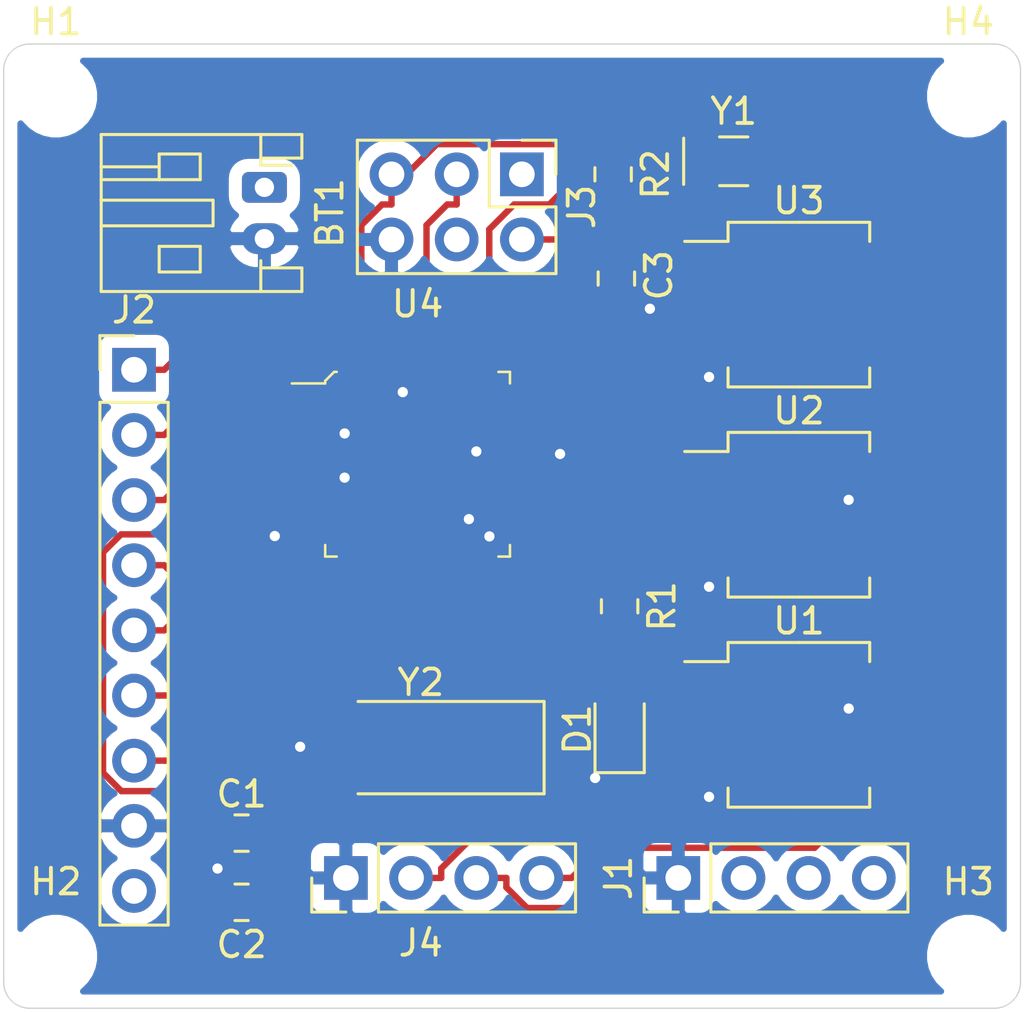
<source format=kicad_pcb>
(kicad_pcb (version 20171130) (host pcbnew 5.1.6)

  (general
    (thickness 1.6)
    (drawings 8)
    (tracks 272)
    (zones 0)
    (modules 21)
    (nets 32)
  )

  (page A4)
  (title_block
    (title BACEE)
    (date 2020-06-28)
    (rev 1)
    (company UFS)
    (comment 1 "Designed by Raphael Cardoso")
    (comment 2 "Battery powered arduino clone with clock and extended eeprom")
  )

  (layers
    (0 F.Cu mixed)
    (1 In1.Cu mixed)
    (2 In2.Cu mixed)
    (31 B.Cu power)
    (32 B.Adhes user)
    (33 F.Adhes user)
    (34 B.Paste user)
    (35 F.Paste user)
    (36 B.SilkS user)
    (37 F.SilkS user)
    (38 B.Mask user)
    (39 F.Mask user)
    (40 Dwgs.User user)
    (41 Cmts.User user)
    (42 Eco1.User user)
    (43 Eco2.User user)
    (44 Edge.Cuts user)
    (45 Margin user)
    (46 B.CrtYd user)
    (47 F.CrtYd user)
    (48 B.Fab user)
    (49 F.Fab user hide)
  )

  (setup
    (last_trace_width 0.25)
    (user_trace_width 0.3)
    (trace_clearance 0.2)
    (zone_clearance 0.508)
    (zone_45_only no)
    (trace_min 0.2)
    (via_size 0.8)
    (via_drill 0.4)
    (via_min_size 0.4)
    (via_min_drill 0.3)
    (user_via 1 0.6)
    (uvia_size 0.3)
    (uvia_drill 0.1)
    (uvias_allowed no)
    (uvia_min_size 0.2)
    (uvia_min_drill 0.1)
    (edge_width 0.05)
    (segment_width 0.2)
    (pcb_text_width 0.3)
    (pcb_text_size 1.5 1.5)
    (mod_edge_width 0.12)
    (mod_text_size 1 1)
    (mod_text_width 0.15)
    (pad_size 2 2)
    (pad_drill 2)
    (pad_to_mask_clearance 0.05)
    (aux_axis_origin 0 0)
    (visible_elements FFFFFF7F)
    (pcbplotparams
      (layerselection 0x010fc_ffffffff)
      (usegerberextensions false)
      (usegerberattributes true)
      (usegerberadvancedattributes true)
      (creategerberjobfile true)
      (excludeedgelayer true)
      (linewidth 0.100000)
      (plotframeref false)
      (viasonmask false)
      (mode 1)
      (useauxorigin false)
      (hpglpennumber 1)
      (hpglpenspeed 20)
      (hpglpendiameter 15.000000)
      (psnegative false)
      (psa4output false)
      (plotreference true)
      (plotvalue true)
      (plotinvisibletext false)
      (padsonsilk false)
      (subtractmaskfromsilk false)
      (outputformat 1)
      (mirror false)
      (drillshape 1)
      (scaleselection 1)
      (outputdirectory ""))
  )

  (net 0 "")
  (net 1 /VCC)
  (net 2 GND)
  (net 3 "Net-(C1-Pad1)")
  (net 4 "Net-(C2-Pad1)")
  (net 5 "Net-(D1-Pad2)")
  (net 6 /TX)
  (net 7 /RX)
  (net 8 /D2)
  (net 9 /D3)
  (net 10 /D4)
  (net 11 /D5)
  (net 12 /D6)
  (net 13 /D7)
  (net 14 /D8)
  (net 15 /MISO)
  (net 16 /SCK)
  (net 17 /MOSI)
  (net 18 /RESET)
  (net 19 /SDA)
  (net 20 "Net-(R1-Pad1)")
  (net 21 /ADSS1)
  (net 22 /ADSS2)
  (net 23 "Net-(U3-Pad7)")
  (net 24 "Net-(U3-Pad2)")
  (net 25 "Net-(U3-Pad1)")
  (net 26 "Net-(U4-Pad13)")
  (net 27 "Net-(U4-Pad14)")
  (net 28 "Net-(U4-Pad19)")
  (net 29 "Net-(U4-Pad22)")
  (net 30 "Net-(U4-Pad25)")
  (net 31 "Net-(U4-Pad26)")

  (net_class Default "This is the default net class."
    (clearance 0.2)
    (trace_width 0.25)
    (via_dia 0.8)
    (via_drill 0.4)
    (uvia_dia 0.3)
    (uvia_drill 0.1)
    (add_net /ADSS1)
    (add_net /ADSS2)
    (add_net /D2)
    (add_net /D3)
    (add_net /D4)
    (add_net /D5)
    (add_net /D6)
    (add_net /D7)
    (add_net /D8)
    (add_net /MISO)
    (add_net /MOSI)
    (add_net /RESET)
    (add_net /RX)
    (add_net /SCK)
    (add_net /SDA)
    (add_net /TX)
    (add_net /VCC)
    (add_net GND)
    (add_net "Net-(C1-Pad1)")
    (add_net "Net-(C2-Pad1)")
    (add_net "Net-(D1-Pad2)")
    (add_net "Net-(R1-Pad1)")
    (add_net "Net-(U3-Pad1)")
    (add_net "Net-(U3-Pad2)")
    (add_net "Net-(U3-Pad7)")
    (add_net "Net-(U4-Pad13)")
    (add_net "Net-(U4-Pad14)")
    (add_net "Net-(U4-Pad19)")
    (add_net "Net-(U4-Pad22)")
    (add_net "Net-(U4-Pad25)")
    (add_net "Net-(U4-Pad26)")
  )

  (module MountingHole:MountingHole_2.2mm_M2_DIN965 (layer F.Cu) (tedit 56D1B4CB) (tstamp 5EF9EA2E)
    (at 155.956 92.456)
    (descr "Mounting Hole 2.2mm, no annular, M2, DIN965")
    (tags "mounting hole 2.2mm no annular m2 din965")
    (path /5F11266E)
    (attr virtual)
    (fp_text reference H4 (at 0 -2.9) (layer F.SilkS)
      (effects (font (size 1 1) (thickness 0.15)))
    )
    (fp_text value MountingHole (at 0 2.9) (layer F.Fab)
      (effects (font (size 1 1) (thickness 0.15)))
    )
    (fp_text user %R (at 0.3 0) (layer F.Fab)
      (effects (font (size 1 1) (thickness 0.15)))
    )
    (fp_circle (center 0 0) (end 1.9 0) (layer Cmts.User) (width 0.15))
    (fp_circle (center 0 0) (end 2.15 0) (layer F.CrtYd) (width 0.05))
    (pad 1 np_thru_hole circle (at 0 0) (size 2.2 2.2) (drill 2.2) (layers *.Cu *.Mask))
  )

  (module MountingHole:MountingHole_2.2mm_M2_DIN965 (layer F.Cu) (tedit 56D1B4CB) (tstamp 5EF9EA26)
    (at 155.956 125.984)
    (descr "Mounting Hole 2.2mm, no annular, M2, DIN965")
    (tags "mounting hole 2.2mm no annular m2 din965")
    (path /5F11244C)
    (attr virtual)
    (fp_text reference H3 (at 0 -2.9) (layer F.SilkS)
      (effects (font (size 1 1) (thickness 0.15)))
    )
    (fp_text value MountingHole (at 0 2.9) (layer F.Fab)
      (effects (font (size 1 1) (thickness 0.15)))
    )
    (fp_text user %R (at 0.3 0) (layer F.Fab)
      (effects (font (size 1 1) (thickness 0.15)))
    )
    (fp_circle (center 0 0) (end 1.9 0) (layer Cmts.User) (width 0.15))
    (fp_circle (center 0 0) (end 2.15 0) (layer F.CrtYd) (width 0.05))
    (pad 1 np_thru_hole circle (at 0 0) (size 2.2 2.2) (drill 2.2) (layers *.Cu *.Mask))
  )

  (module MountingHole:MountingHole_2.2mm_M2_DIN965 (layer F.Cu) (tedit 56D1B4CB) (tstamp 5EF9EA1E)
    (at 120.396 125.984)
    (descr "Mounting Hole 2.2mm, no annular, M2, DIN965")
    (tags "mounting hole 2.2mm no annular m2 din965")
    (path /5F111EAB)
    (attr virtual)
    (fp_text reference H2 (at 0 -2.9) (layer F.SilkS)
      (effects (font (size 1 1) (thickness 0.15)))
    )
    (fp_text value MountingHole (at 0 2.9) (layer F.Fab)
      (effects (font (size 1 1) (thickness 0.15)))
    )
    (fp_text user %R (at 0.3 0) (layer F.Fab)
      (effects (font (size 1 1) (thickness 0.15)))
    )
    (fp_circle (center 0 0) (end 1.9 0) (layer Cmts.User) (width 0.15))
    (fp_circle (center 0 0) (end 2.15 0) (layer F.CrtYd) (width 0.05))
    (pad 1 np_thru_hole circle (at 0 0) (size 2.2 2.2) (drill 2.2) (layers *.Cu *.Mask))
  )

  (module MountingHole:MountingHole_2.2mm_M2_DIN965 (layer F.Cu) (tedit 56D1B4CB) (tstamp 5EFA3CAD)
    (at 120.396 92.456)
    (descr "Mounting Hole 2.2mm, no annular, M2, DIN965")
    (tags "mounting hole 2.2mm no annular m2 din965")
    (path /5F1118A8)
    (attr virtual)
    (fp_text reference H1 (at 0 -2.9) (layer F.SilkS)
      (effects (font (size 1 1) (thickness 0.15)))
    )
    (fp_text value MountingHole (at 0 2.9) (layer F.Fab)
      (effects (font (size 1 1) (thickness 0.15)))
    )
    (fp_text user %R (at 0.3 0) (layer F.Fab)
      (effects (font (size 1 1) (thickness 0.15)))
    )
    (fp_circle (center 0 0) (end 1.9 0) (layer Cmts.User) (width 0.15))
    (fp_circle (center 0 0) (end 2.15 0) (layer F.CrtYd) (width 0.05))
    (pad 1 np_thru_hole circle (at 0 0) (size 2.2 2.2) (drill 2.2) (layers *.Cu *.Mask))
  )

  (module Connector_JST:JST_PH_S2B-PH-K_1x02_P2.00mm_Horizontal locked (layer F.Cu) (tedit 5B7745C6) (tstamp 5EF9CDE6)
    (at 128.524 96.012 270)
    (descr "JST PH series connector, S2B-PH-K (http://www.jst-mfg.com/product/pdf/eng/ePH.pdf), generated with kicad-footprint-generator")
    (tags "connector JST PH top entry")
    (path /5F03198A)
    (fp_text reference BT1 (at 1 -2.55 90) (layer F.SilkS)
      (effects (font (size 1 1) (thickness 0.15)))
    )
    (fp_text value "Battery 3V" (at 1 7.45 90) (layer F.Fab)
      (effects (font (size 1 1) (thickness 0.15)))
    )
    (fp_line (start 0.5 1.375) (end 0 0.875) (layer F.Fab) (width 0.1))
    (fp_line (start -0.5 1.375) (end 0.5 1.375) (layer F.Fab) (width 0.1))
    (fp_line (start 0 0.875) (end -0.5 1.375) (layer F.Fab) (width 0.1))
    (fp_line (start -0.86 0.14) (end -0.86 -1.075) (layer F.SilkS) (width 0.12))
    (fp_line (start 3.25 0.25) (end -1.25 0.25) (layer F.Fab) (width 0.1))
    (fp_line (start 3.25 -1.35) (end 3.25 0.25) (layer F.Fab) (width 0.1))
    (fp_line (start 3.95 -1.35) (end 3.25 -1.35) (layer F.Fab) (width 0.1))
    (fp_line (start 3.95 6.25) (end 3.95 -1.35) (layer F.Fab) (width 0.1))
    (fp_line (start -1.95 6.25) (end 3.95 6.25) (layer F.Fab) (width 0.1))
    (fp_line (start -1.95 -1.35) (end -1.95 6.25) (layer F.Fab) (width 0.1))
    (fp_line (start -1.25 -1.35) (end -1.95 -1.35) (layer F.Fab) (width 0.1))
    (fp_line (start -1.25 0.25) (end -1.25 -1.35) (layer F.Fab) (width 0.1))
    (fp_line (start 4.45 -1.85) (end -2.45 -1.85) (layer F.CrtYd) (width 0.05))
    (fp_line (start 4.45 6.75) (end 4.45 -1.85) (layer F.CrtYd) (width 0.05))
    (fp_line (start -2.45 6.75) (end 4.45 6.75) (layer F.CrtYd) (width 0.05))
    (fp_line (start -2.45 -1.85) (end -2.45 6.75) (layer F.CrtYd) (width 0.05))
    (fp_line (start -0.8 4.1) (end -0.8 6.36) (layer F.SilkS) (width 0.12))
    (fp_line (start -0.3 4.1) (end -0.3 6.36) (layer F.SilkS) (width 0.12))
    (fp_line (start 2.3 2.5) (end 3.3 2.5) (layer F.SilkS) (width 0.12))
    (fp_line (start 2.3 4.1) (end 2.3 2.5) (layer F.SilkS) (width 0.12))
    (fp_line (start 3.3 4.1) (end 2.3 4.1) (layer F.SilkS) (width 0.12))
    (fp_line (start 3.3 2.5) (end 3.3 4.1) (layer F.SilkS) (width 0.12))
    (fp_line (start -0.3 2.5) (end -1.3 2.5) (layer F.SilkS) (width 0.12))
    (fp_line (start -0.3 4.1) (end -0.3 2.5) (layer F.SilkS) (width 0.12))
    (fp_line (start -1.3 4.1) (end -0.3 4.1) (layer F.SilkS) (width 0.12))
    (fp_line (start -1.3 2.5) (end -1.3 4.1) (layer F.SilkS) (width 0.12))
    (fp_line (start 4.06 0.14) (end 3.14 0.14) (layer F.SilkS) (width 0.12))
    (fp_line (start -2.06 0.14) (end -1.14 0.14) (layer F.SilkS) (width 0.12))
    (fp_line (start 1.5 2) (end 1.5 6.36) (layer F.SilkS) (width 0.12))
    (fp_line (start 0.5 2) (end 1.5 2) (layer F.SilkS) (width 0.12))
    (fp_line (start 0.5 6.36) (end 0.5 2) (layer F.SilkS) (width 0.12))
    (fp_line (start 3.14 0.14) (end 2.86 0.14) (layer F.SilkS) (width 0.12))
    (fp_line (start 3.14 -1.46) (end 3.14 0.14) (layer F.SilkS) (width 0.12))
    (fp_line (start 4.06 -1.46) (end 3.14 -1.46) (layer F.SilkS) (width 0.12))
    (fp_line (start 4.06 6.36) (end 4.06 -1.46) (layer F.SilkS) (width 0.12))
    (fp_line (start -2.06 6.36) (end 4.06 6.36) (layer F.SilkS) (width 0.12))
    (fp_line (start -2.06 -1.46) (end -2.06 6.36) (layer F.SilkS) (width 0.12))
    (fp_line (start -1.14 -1.46) (end -2.06 -1.46) (layer F.SilkS) (width 0.12))
    (fp_line (start -1.14 0.14) (end -1.14 -1.46) (layer F.SilkS) (width 0.12))
    (fp_line (start -0.86 0.14) (end -1.14 0.14) (layer F.SilkS) (width 0.12))
    (fp_text user %R (at 1 2.5 90) (layer F.Fab)
      (effects (font (size 1 1) (thickness 0.15)))
    )
    (pad 1 thru_hole roundrect (at 0 0 270) (size 1.2 1.75) (drill 0.75) (layers *.Cu *.Mask) (roundrect_rratio 0.208333)
      (net 1 /VCC))
    (pad 2 thru_hole oval (at 2 0 270) (size 1.2 1.75) (drill 0.75) (layers *.Cu *.Mask)
      (net 2 GND))
    (model ${KISYS3DMOD}/Connector_JST.3dshapes/JST_PH_S2B-PH-K_1x02_P2.00mm_Horizontal.wrl
      (at (xyz 0 0 0))
      (scale (xyz 1 1 1))
      (rotate (xyz 0 0 0))
    )
  )

  (module Capacitor_SMD:C_0805_2012Metric (layer F.Cu) (tedit 5B36C52B) (tstamp 5EFA0A67)
    (at 127.635 121.188 180)
    (descr "Capacitor SMD 0805 (2012 Metric), square (rectangular) end terminal, IPC_7351 nominal, (Body size source: https://docs.google.com/spreadsheets/d/1BsfQQcO9C6DZCsRaXUlFlo91Tg2WpOkGARC1WS5S8t0/edit?usp=sharing), generated with kicad-footprint-generator")
    (tags capacitor)
    (path /5F0331D2)
    (attr smd)
    (fp_text reference C1 (at 0 1.524) (layer F.SilkS)
      (effects (font (size 1 1) (thickness 0.15)))
    )
    (fp_text value 22pF (at 0 1.65) (layer F.Fab)
      (effects (font (size 1 1) (thickness 0.15)))
    )
    (fp_line (start 1.68 0.95) (end -1.68 0.95) (layer F.CrtYd) (width 0.05))
    (fp_line (start 1.68 -0.95) (end 1.68 0.95) (layer F.CrtYd) (width 0.05))
    (fp_line (start -1.68 -0.95) (end 1.68 -0.95) (layer F.CrtYd) (width 0.05))
    (fp_line (start -1.68 0.95) (end -1.68 -0.95) (layer F.CrtYd) (width 0.05))
    (fp_line (start -0.258578 0.71) (end 0.258578 0.71) (layer F.SilkS) (width 0.12))
    (fp_line (start -0.258578 -0.71) (end 0.258578 -0.71) (layer F.SilkS) (width 0.12))
    (fp_line (start 1 0.6) (end -1 0.6) (layer F.Fab) (width 0.1))
    (fp_line (start 1 -0.6) (end 1 0.6) (layer F.Fab) (width 0.1))
    (fp_line (start -1 -0.6) (end 1 -0.6) (layer F.Fab) (width 0.1))
    (fp_line (start -1 0.6) (end -1 -0.6) (layer F.Fab) (width 0.1))
    (fp_text user %R (at 0 0) (layer F.Fab)
      (effects (font (size 0.5 0.5) (thickness 0.08)))
    )
    (pad 1 smd roundrect (at -0.9375 0 180) (size 0.975 1.4) (layers F.Cu F.Paste F.Mask) (roundrect_rratio 0.25)
      (net 3 "Net-(C1-Pad1)"))
    (pad 2 smd roundrect (at 0.9375 0 180) (size 0.975 1.4) (layers F.Cu F.Paste F.Mask) (roundrect_rratio 0.25)
      (net 2 GND))
    (model ${KISYS3DMOD}/Capacitor_SMD.3dshapes/C_0805_2012Metric.wrl
      (at (xyz 0 0 0))
      (scale (xyz 1 1 1))
      (rotate (xyz 0 0 0))
    )
  )

  (module Capacitor_SMD:C_0805_2012Metric (layer F.Cu) (tedit 5B36C52B) (tstamp 5EFA0D7D)
    (at 127.635 123.886 180)
    (descr "Capacitor SMD 0805 (2012 Metric), square (rectangular) end terminal, IPC_7351 nominal, (Body size source: https://docs.google.com/spreadsheets/d/1BsfQQcO9C6DZCsRaXUlFlo91Tg2WpOkGARC1WS5S8t0/edit?usp=sharing), generated with kicad-footprint-generator")
    (tags capacitor)
    (path /5F032A7C)
    (attr smd)
    (fp_text reference C2 (at 0 -1.65) (layer F.SilkS)
      (effects (font (size 1 1) (thickness 0.15)))
    )
    (fp_text value 22pF (at 0 1.65) (layer F.Fab)
      (effects (font (size 1 1) (thickness 0.15)))
    )
    (fp_text user %R (at 0 0) (layer F.Fab)
      (effects (font (size 0.5 0.5) (thickness 0.08)))
    )
    (fp_line (start -1 0.6) (end -1 -0.6) (layer F.Fab) (width 0.1))
    (fp_line (start -1 -0.6) (end 1 -0.6) (layer F.Fab) (width 0.1))
    (fp_line (start 1 -0.6) (end 1 0.6) (layer F.Fab) (width 0.1))
    (fp_line (start 1 0.6) (end -1 0.6) (layer F.Fab) (width 0.1))
    (fp_line (start -0.258578 -0.71) (end 0.258578 -0.71) (layer F.SilkS) (width 0.12))
    (fp_line (start -0.258578 0.71) (end 0.258578 0.71) (layer F.SilkS) (width 0.12))
    (fp_line (start -1.68 0.95) (end -1.68 -0.95) (layer F.CrtYd) (width 0.05))
    (fp_line (start -1.68 -0.95) (end 1.68 -0.95) (layer F.CrtYd) (width 0.05))
    (fp_line (start 1.68 -0.95) (end 1.68 0.95) (layer F.CrtYd) (width 0.05))
    (fp_line (start 1.68 0.95) (end -1.68 0.95) (layer F.CrtYd) (width 0.05))
    (pad 2 smd roundrect (at 0.9375 0 180) (size 0.975 1.4) (layers F.Cu F.Paste F.Mask) (roundrect_rratio 0.25)
      (net 2 GND))
    (pad 1 smd roundrect (at -0.9375 0 180) (size 0.975 1.4) (layers F.Cu F.Paste F.Mask) (roundrect_rratio 0.25)
      (net 4 "Net-(C2-Pad1)"))
    (model ${KISYS3DMOD}/Capacitor_SMD.3dshapes/C_0805_2012Metric.wrl
      (at (xyz 0 0 0))
      (scale (xyz 1 1 1))
      (rotate (xyz 0 0 0))
    )
  )

  (module Capacitor_SMD:C_0805_2012Metric (layer F.Cu) (tedit 5B36C52B) (tstamp 5EFA09DD)
    (at 142.24 99.568 270)
    (descr "Capacitor SMD 0805 (2012 Metric), square (rectangular) end terminal, IPC_7351 nominal, (Body size source: https://docs.google.com/spreadsheets/d/1BsfQQcO9C6DZCsRaXUlFlo91Tg2WpOkGARC1WS5S8t0/edit?usp=sharing), generated with kicad-footprint-generator")
    (tags capacitor)
    (path /5F032422)
    (attr smd)
    (fp_text reference C3 (at -0.127 -1.651 270) (layer F.SilkS)
      (effects (font (size 1 1) (thickness 0.15)))
    )
    (fp_text value 10uF (at 0 1.65 90) (layer F.Fab)
      (effects (font (size 1 1) (thickness 0.15)))
    )
    (fp_line (start 1.68 0.95) (end -1.68 0.95) (layer F.CrtYd) (width 0.05))
    (fp_line (start 1.68 -0.95) (end 1.68 0.95) (layer F.CrtYd) (width 0.05))
    (fp_line (start -1.68 -0.95) (end 1.68 -0.95) (layer F.CrtYd) (width 0.05))
    (fp_line (start -1.68 0.95) (end -1.68 -0.95) (layer F.CrtYd) (width 0.05))
    (fp_line (start -0.258578 0.71) (end 0.258578 0.71) (layer F.SilkS) (width 0.12))
    (fp_line (start -0.258578 -0.71) (end 0.258578 -0.71) (layer F.SilkS) (width 0.12))
    (fp_line (start 1 0.6) (end -1 0.6) (layer F.Fab) (width 0.1))
    (fp_line (start 1 -0.6) (end 1 0.6) (layer F.Fab) (width 0.1))
    (fp_line (start -1 -0.6) (end 1 -0.6) (layer F.Fab) (width 0.1))
    (fp_line (start -1 0.6) (end -1 -0.6) (layer F.Fab) (width 0.1))
    (fp_text user %R (at 0 0 90) (layer F.Fab)
      (effects (font (size 0.5 0.5) (thickness 0.08)))
    )
    (pad 1 smd roundrect (at -0.9375 0 270) (size 0.975 1.4) (layers F.Cu F.Paste F.Mask) (roundrect_rratio 0.25)
      (net 1 /VCC))
    (pad 2 smd roundrect (at 0.9375 0 270) (size 0.975 1.4) (layers F.Cu F.Paste F.Mask) (roundrect_rratio 0.25)
      (net 2 GND))
    (model ${KISYS3DMOD}/Capacitor_SMD.3dshapes/C_0805_2012Metric.wrl
      (at (xyz 0 0 0))
      (scale (xyz 1 1 1))
      (rotate (xyz 0 0 0))
    )
  )

  (module LED_SMD:LED_0805_2012Metric (layer F.Cu) (tedit 5B36C52C) (tstamp 5EF9CE2C)
    (at 142.367 117.147 90)
    (descr "LED SMD 0805 (2012 Metric), square (rectangular) end terminal, IPC_7351 nominal, (Body size source: https://docs.google.com/spreadsheets/d/1BsfQQcO9C6DZCsRaXUlFlo91Tg2WpOkGARC1WS5S8t0/edit?usp=sharing), generated with kicad-footprint-generator")
    (tags diode)
    (path /5F032E32)
    (attr smd)
    (fp_text reference D1 (at 0 -1.65 90) (layer F.SilkS)
      (effects (font (size 1 1) (thickness 0.15)))
    )
    (fp_text value LED (at 0 1.65 90) (layer F.Fab)
      (effects (font (size 1 1) (thickness 0.15)))
    )
    (fp_line (start 1.68 0.95) (end -1.68 0.95) (layer F.CrtYd) (width 0.05))
    (fp_line (start 1.68 -0.95) (end 1.68 0.95) (layer F.CrtYd) (width 0.05))
    (fp_line (start -1.68 -0.95) (end 1.68 -0.95) (layer F.CrtYd) (width 0.05))
    (fp_line (start -1.68 0.95) (end -1.68 -0.95) (layer F.CrtYd) (width 0.05))
    (fp_line (start -1.685 0.96) (end 1 0.96) (layer F.SilkS) (width 0.12))
    (fp_line (start -1.685 -0.96) (end -1.685 0.96) (layer F.SilkS) (width 0.12))
    (fp_line (start 1 -0.96) (end -1.685 -0.96) (layer F.SilkS) (width 0.12))
    (fp_line (start 1 0.6) (end 1 -0.6) (layer F.Fab) (width 0.1))
    (fp_line (start -1 0.6) (end 1 0.6) (layer F.Fab) (width 0.1))
    (fp_line (start -1 -0.3) (end -1 0.6) (layer F.Fab) (width 0.1))
    (fp_line (start -0.7 -0.6) (end -1 -0.3) (layer F.Fab) (width 0.1))
    (fp_line (start 1 -0.6) (end -0.7 -0.6) (layer F.Fab) (width 0.1))
    (fp_text user %R (at 0 0 90) (layer F.Fab)
      (effects (font (size 0.5 0.5) (thickness 0.08)))
    )
    (pad 1 smd roundrect (at -0.9375 0 90) (size 0.975 1.4) (layers F.Cu F.Paste F.Mask) (roundrect_rratio 0.25)
      (net 2 GND))
    (pad 2 smd roundrect (at 0.9375 0 90) (size 0.975 1.4) (layers F.Cu F.Paste F.Mask) (roundrect_rratio 0.25)
      (net 5 "Net-(D1-Pad2)"))
    (model ${KISYS3DMOD}/LED_SMD.3dshapes/LED_0805_2012Metric.wrl
      (at (xyz 0 0 0))
      (scale (xyz 1 1 1))
      (rotate (xyz 0 0 0))
    )
  )

  (module Connector_PinHeader_2.54mm:PinHeader_1x04_P2.54mm_Vertical (layer F.Cu) (tedit 59FED5CC) (tstamp 5EF9DC3D)
    (at 144.652 122.936 90)
    (descr "Through hole straight pin header, 1x04, 2.54mm pitch, single row")
    (tags "Through hole pin header THT 1x04 2.54mm single row")
    (path /5F03AF31/5F03C469)
    (fp_text reference J1 (at 0 -2.33 90) (layer F.SilkS)
      (effects (font (size 1 1) (thickness 0.15)))
    )
    (fp_text value Serial (at 0 9.95 90) (layer F.Fab)
      (effects (font (size 1 1) (thickness 0.15)))
    )
    (fp_text user %R (at 0 3.81) (layer F.Fab)
      (effects (font (size 1 1) (thickness 0.15)))
    )
    (fp_line (start -0.635 -1.27) (end 1.27 -1.27) (layer F.Fab) (width 0.1))
    (fp_line (start 1.27 -1.27) (end 1.27 8.89) (layer F.Fab) (width 0.1))
    (fp_line (start 1.27 8.89) (end -1.27 8.89) (layer F.Fab) (width 0.1))
    (fp_line (start -1.27 8.89) (end -1.27 -0.635) (layer F.Fab) (width 0.1))
    (fp_line (start -1.27 -0.635) (end -0.635 -1.27) (layer F.Fab) (width 0.1))
    (fp_line (start -1.33 8.95) (end 1.33 8.95) (layer F.SilkS) (width 0.12))
    (fp_line (start -1.33 1.27) (end -1.33 8.95) (layer F.SilkS) (width 0.12))
    (fp_line (start 1.33 1.27) (end 1.33 8.95) (layer F.SilkS) (width 0.12))
    (fp_line (start -1.33 1.27) (end 1.33 1.27) (layer F.SilkS) (width 0.12))
    (fp_line (start -1.33 0) (end -1.33 -1.33) (layer F.SilkS) (width 0.12))
    (fp_line (start -1.33 -1.33) (end 0 -1.33) (layer F.SilkS) (width 0.12))
    (fp_line (start -1.8 -1.8) (end -1.8 9.4) (layer F.CrtYd) (width 0.05))
    (fp_line (start -1.8 9.4) (end 1.8 9.4) (layer F.CrtYd) (width 0.05))
    (fp_line (start 1.8 9.4) (end 1.8 -1.8) (layer F.CrtYd) (width 0.05))
    (fp_line (start 1.8 -1.8) (end -1.8 -1.8) (layer F.CrtYd) (width 0.05))
    (pad 4 thru_hole oval (at 0 7.62 90) (size 1.7 1.7) (drill 1) (layers *.Cu *.Mask)
      (net 6 /TX))
    (pad 3 thru_hole oval (at 0 5.08 90) (size 1.7 1.7) (drill 1) (layers *.Cu *.Mask)
      (net 7 /RX))
    (pad 2 thru_hole oval (at 0 2.54 90) (size 1.7 1.7) (drill 1) (layers *.Cu *.Mask)
      (net 1 /VCC))
    (pad 1 thru_hole rect (at 0 0 90) (size 1.7 1.7) (drill 1) (layers *.Cu *.Mask)
      (net 2 GND))
    (model ${KISYS3DMOD}/Connector_PinHeader_2.54mm.3dshapes/PinHeader_1x04_P2.54mm_Vertical.wrl
      (at (xyz 0 0 0))
      (scale (xyz 1 1 1))
      (rotate (xyz 0 0 0))
    )
  )

  (module Connector_PinHeader_2.54mm:PinHeader_1x09_P2.54mm_Vertical (layer F.Cu) (tedit 59FED5CC) (tstamp 5EF9CE61)
    (at 123.444 103.124)
    (descr "Through hole straight pin header, 1x09, 2.54mm pitch, single row")
    (tags "Through hole pin header THT 1x09 2.54mm single row")
    (path /5F03AF31/5F03BAF3)
    (fp_text reference J2 (at 0 -2.33) (layer F.SilkS)
      (effects (font (size 1 1) (thickness 0.15)))
    )
    (fp_text value Digital (at 0 22.65) (layer F.Fab)
      (effects (font (size 1 1) (thickness 0.15)))
    )
    (fp_line (start 1.8 -1.8) (end -1.8 -1.8) (layer F.CrtYd) (width 0.05))
    (fp_line (start 1.8 22.1) (end 1.8 -1.8) (layer F.CrtYd) (width 0.05))
    (fp_line (start -1.8 22.1) (end 1.8 22.1) (layer F.CrtYd) (width 0.05))
    (fp_line (start -1.8 -1.8) (end -1.8 22.1) (layer F.CrtYd) (width 0.05))
    (fp_line (start -1.33 -1.33) (end 0 -1.33) (layer F.SilkS) (width 0.12))
    (fp_line (start -1.33 0) (end -1.33 -1.33) (layer F.SilkS) (width 0.12))
    (fp_line (start -1.33 1.27) (end 1.33 1.27) (layer F.SilkS) (width 0.12))
    (fp_line (start 1.33 1.27) (end 1.33 21.65) (layer F.SilkS) (width 0.12))
    (fp_line (start -1.33 1.27) (end -1.33 21.65) (layer F.SilkS) (width 0.12))
    (fp_line (start -1.33 21.65) (end 1.33 21.65) (layer F.SilkS) (width 0.12))
    (fp_line (start -1.27 -0.635) (end -0.635 -1.27) (layer F.Fab) (width 0.1))
    (fp_line (start -1.27 21.59) (end -1.27 -0.635) (layer F.Fab) (width 0.1))
    (fp_line (start 1.27 21.59) (end -1.27 21.59) (layer F.Fab) (width 0.1))
    (fp_line (start 1.27 -1.27) (end 1.27 21.59) (layer F.Fab) (width 0.1))
    (fp_line (start -0.635 -1.27) (end 1.27 -1.27) (layer F.Fab) (width 0.1))
    (fp_text user %R (at 0 10.16 90) (layer F.Fab)
      (effects (font (size 1 1) (thickness 0.15)))
    )
    (pad 1 thru_hole rect (at 0 0) (size 1.7 1.7) (drill 1) (layers *.Cu *.Mask)
      (net 8 /D2))
    (pad 2 thru_hole oval (at 0 2.54) (size 1.7 1.7) (drill 1) (layers *.Cu *.Mask)
      (net 9 /D3))
    (pad 3 thru_hole oval (at 0 5.08) (size 1.7 1.7) (drill 1) (layers *.Cu *.Mask)
      (net 10 /D4))
    (pad 4 thru_hole oval (at 0 7.62) (size 1.7 1.7) (drill 1) (layers *.Cu *.Mask)
      (net 11 /D5))
    (pad 5 thru_hole oval (at 0 10.16) (size 1.7 1.7) (drill 1) (layers *.Cu *.Mask)
      (net 12 /D6))
    (pad 6 thru_hole oval (at 0 12.7) (size 1.7 1.7) (drill 1) (layers *.Cu *.Mask)
      (net 13 /D7))
    (pad 7 thru_hole oval (at 0 15.24) (size 1.7 1.7) (drill 1) (layers *.Cu *.Mask)
      (net 14 /D8))
    (pad 8 thru_hole oval (at 0 17.78) (size 1.7 1.7) (drill 1) (layers *.Cu *.Mask)
      (net 2 GND))
    (pad 9 thru_hole oval (at 0 20.32) (size 1.7 1.7) (drill 1) (layers *.Cu *.Mask)
      (net 1 /VCC))
    (model ${KISYS3DMOD}/Connector_PinHeader_2.54mm.3dshapes/PinHeader_1x09_P2.54mm_Vertical.wrl
      (at (xyz 0 0 0))
      (scale (xyz 1 1 1))
      (rotate (xyz 0 0 0))
    )
  )

  (module Connector_PinHeader_2.54mm:PinHeader_2x03_P2.54mm_Vertical locked (layer F.Cu) (tedit 59FED5CC) (tstamp 5EFA1EEC)
    (at 138.557 95.504 270)
    (descr "Through hole straight pin header, 2x03, 2.54mm pitch, double rows")
    (tags "Through hole pin header THT 2x03 2.54mm double row")
    (path /5F03AF31/5F03D0B3)
    (fp_text reference J3 (at 1.27 -2.33 90) (layer F.SilkS)
      (effects (font (size 1 1) (thickness 0.15)))
    )
    (fp_text value ICSP (at 1.27 7.41 90) (layer F.Fab)
      (effects (font (size 1 1) (thickness 0.15)))
    )
    (fp_line (start 4.35 -1.8) (end -1.8 -1.8) (layer F.CrtYd) (width 0.05))
    (fp_line (start 4.35 6.85) (end 4.35 -1.8) (layer F.CrtYd) (width 0.05))
    (fp_line (start -1.8 6.85) (end 4.35 6.85) (layer F.CrtYd) (width 0.05))
    (fp_line (start -1.8 -1.8) (end -1.8 6.85) (layer F.CrtYd) (width 0.05))
    (fp_line (start -1.33 -1.33) (end 0 -1.33) (layer F.SilkS) (width 0.12))
    (fp_line (start -1.33 0) (end -1.33 -1.33) (layer F.SilkS) (width 0.12))
    (fp_line (start 1.27 -1.33) (end 3.87 -1.33) (layer F.SilkS) (width 0.12))
    (fp_line (start 1.27 1.27) (end 1.27 -1.33) (layer F.SilkS) (width 0.12))
    (fp_line (start -1.33 1.27) (end 1.27 1.27) (layer F.SilkS) (width 0.12))
    (fp_line (start 3.87 -1.33) (end 3.87 6.41) (layer F.SilkS) (width 0.12))
    (fp_line (start -1.33 1.27) (end -1.33 6.41) (layer F.SilkS) (width 0.12))
    (fp_line (start -1.33 6.41) (end 3.87 6.41) (layer F.SilkS) (width 0.12))
    (fp_line (start -1.27 0) (end 0 -1.27) (layer F.Fab) (width 0.1))
    (fp_line (start -1.27 6.35) (end -1.27 0) (layer F.Fab) (width 0.1))
    (fp_line (start 3.81 6.35) (end -1.27 6.35) (layer F.Fab) (width 0.1))
    (fp_line (start 3.81 -1.27) (end 3.81 6.35) (layer F.Fab) (width 0.1))
    (fp_line (start 0 -1.27) (end 3.81 -1.27) (layer F.Fab) (width 0.1))
    (fp_text user %R (at 1.27 2.54) (layer F.Fab)
      (effects (font (size 1 1) (thickness 0.15)))
    )
    (pad 1 thru_hole rect (at 0 0 270) (size 1.7 1.7) (drill 1) (layers *.Cu *.Mask)
      (net 15 /MISO))
    (pad 2 thru_hole oval (at 2.54 0 270) (size 1.7 1.7) (drill 1) (layers *.Cu *.Mask)
      (net 1 /VCC))
    (pad 3 thru_hole oval (at 0 2.54 270) (size 1.7 1.7) (drill 1) (layers *.Cu *.Mask)
      (net 16 /SCK))
    (pad 4 thru_hole oval (at 2.54 2.54 270) (size 1.7 1.7) (drill 1) (layers *.Cu *.Mask)
      (net 17 /MOSI))
    (pad 5 thru_hole oval (at 0 5.08 270) (size 1.7 1.7) (drill 1) (layers *.Cu *.Mask)
      (net 18 /RESET))
    (pad 6 thru_hole oval (at 2.54 5.08 270) (size 1.7 1.7) (drill 1) (layers *.Cu *.Mask)
      (net 2 GND))
    (model ${KISYS3DMOD}/Connector_PinHeader_2.54mm.3dshapes/PinHeader_2x03_P2.54mm_Vertical.wrl
      (at (xyz 0 0 0))
      (scale (xyz 1 1 1))
      (rotate (xyz 0 0 0))
    )
  )

  (module Connector_PinHeader_2.54mm:PinHeader_1x04_P2.54mm_Vertical (layer F.Cu) (tedit 59FED5CC) (tstamp 5EF9CE95)
    (at 131.699 122.936 90)
    (descr "Through hole straight pin header, 1x04, 2.54mm pitch, single row")
    (tags "Through hole pin header THT 1x04 2.54mm single row")
    (path /5F03AF31/5F03D928)
    (fp_text reference J4 (at -2.54 2.921 180) (layer F.SilkS)
      (effects (font (size 1 1) (thickness 0.15)))
    )
    (fp_text value I2C (at 0 9.95 90) (layer F.Fab)
      (effects (font (size 1 1) (thickness 0.15)))
    )
    (fp_line (start 1.8 -1.8) (end -1.8 -1.8) (layer F.CrtYd) (width 0.05))
    (fp_line (start 1.8 9.4) (end 1.8 -1.8) (layer F.CrtYd) (width 0.05))
    (fp_line (start -1.8 9.4) (end 1.8 9.4) (layer F.CrtYd) (width 0.05))
    (fp_line (start -1.8 -1.8) (end -1.8 9.4) (layer F.CrtYd) (width 0.05))
    (fp_line (start -1.33 -1.33) (end 0 -1.33) (layer F.SilkS) (width 0.12))
    (fp_line (start -1.33 0) (end -1.33 -1.33) (layer F.SilkS) (width 0.12))
    (fp_line (start -1.33 1.27) (end 1.33 1.27) (layer F.SilkS) (width 0.12))
    (fp_line (start 1.33 1.27) (end 1.33 8.95) (layer F.SilkS) (width 0.12))
    (fp_line (start -1.33 1.27) (end -1.33 8.95) (layer F.SilkS) (width 0.12))
    (fp_line (start -1.33 8.95) (end 1.33 8.95) (layer F.SilkS) (width 0.12))
    (fp_line (start -1.27 -0.635) (end -0.635 -1.27) (layer F.Fab) (width 0.1))
    (fp_line (start -1.27 8.89) (end -1.27 -0.635) (layer F.Fab) (width 0.1))
    (fp_line (start 1.27 8.89) (end -1.27 8.89) (layer F.Fab) (width 0.1))
    (fp_line (start 1.27 -1.27) (end 1.27 8.89) (layer F.Fab) (width 0.1))
    (fp_line (start -0.635 -1.27) (end 1.27 -1.27) (layer F.Fab) (width 0.1))
    (fp_text user %R (at 0 3.81) (layer F.Fab)
      (effects (font (size 1 1) (thickness 0.15)))
    )
    (pad 1 thru_hole rect (at 0 0 90) (size 1.7 1.7) (drill 1) (layers *.Cu *.Mask)
      (net 2 GND))
    (pad 2 thru_hole oval (at 0 2.54 90) (size 1.7 1.7) (drill 1) (layers *.Cu *.Mask)
      (net 1 /VCC))
    (pad 3 thru_hole oval (at 0 5.08 90) (size 1.7 1.7) (drill 1) (layers *.Cu *.Mask)
      (net 19 /SDA))
    (pad 4 thru_hole oval (at 0 7.62 90) (size 1.7 1.7) (drill 1) (layers *.Cu *.Mask)
      (net 16 /SCK))
    (model ${KISYS3DMOD}/Connector_PinHeader_2.54mm.3dshapes/PinHeader_1x04_P2.54mm_Vertical.wrl
      (at (xyz 0 0 0))
      (scale (xyz 1 1 1))
      (rotate (xyz 0 0 0))
    )
  )

  (module Resistor_SMD:R_0805_2012Metric (layer F.Cu) (tedit 5B36C52B) (tstamp 5EF9FBDD)
    (at 142.367 112.346 270)
    (descr "Resistor SMD 0805 (2012 Metric), square (rectangular) end terminal, IPC_7351 nominal, (Body size source: https://docs.google.com/spreadsheets/d/1BsfQQcO9C6DZCsRaXUlFlo91Tg2WpOkGARC1WS5S8t0/edit?usp=sharing), generated with kicad-footprint-generator")
    (tags resistor)
    (path /5F033AAA)
    (attr smd)
    (fp_text reference R1 (at 0 -1.65 90) (layer F.SilkS)
      (effects (font (size 1 1) (thickness 0.15)))
    )
    (fp_text value 330R (at 0 1.65 90) (layer F.Fab)
      (effects (font (size 1 1) (thickness 0.15)))
    )
    (fp_line (start 1.68 0.95) (end -1.68 0.95) (layer F.CrtYd) (width 0.05))
    (fp_line (start 1.68 -0.95) (end 1.68 0.95) (layer F.CrtYd) (width 0.05))
    (fp_line (start -1.68 -0.95) (end 1.68 -0.95) (layer F.CrtYd) (width 0.05))
    (fp_line (start -1.68 0.95) (end -1.68 -0.95) (layer F.CrtYd) (width 0.05))
    (fp_line (start -0.258578 0.71) (end 0.258578 0.71) (layer F.SilkS) (width 0.12))
    (fp_line (start -0.258578 -0.71) (end 0.258578 -0.71) (layer F.SilkS) (width 0.12))
    (fp_line (start 1 0.6) (end -1 0.6) (layer F.Fab) (width 0.1))
    (fp_line (start 1 -0.6) (end 1 0.6) (layer F.Fab) (width 0.1))
    (fp_line (start -1 -0.6) (end 1 -0.6) (layer F.Fab) (width 0.1))
    (fp_line (start -1 0.6) (end -1 -0.6) (layer F.Fab) (width 0.1))
    (fp_text user %R (at 0 0 90) (layer F.Fab)
      (effects (font (size 0.5 0.5) (thickness 0.08)))
    )
    (pad 1 smd roundrect (at -0.9375 0 270) (size 0.975 1.4) (layers F.Cu F.Paste F.Mask) (roundrect_rratio 0.25)
      (net 20 "Net-(R1-Pad1)"))
    (pad 2 smd roundrect (at 0.9375 0 270) (size 0.975 1.4) (layers F.Cu F.Paste F.Mask) (roundrect_rratio 0.25)
      (net 5 "Net-(D1-Pad2)"))
    (model ${KISYS3DMOD}/Resistor_SMD.3dshapes/R_0805_2012Metric.wrl
      (at (xyz 0 0 0))
      (scale (xyz 1 1 1))
      (rotate (xyz 0 0 0))
    )
  )

  (module Resistor_SMD:R_0805_2012Metric (layer F.Cu) (tedit 5B36C52B) (tstamp 5EFA0570)
    (at 142.113 95.504 270)
    (descr "Resistor SMD 0805 (2012 Metric), square (rectangular) end terminal, IPC_7351 nominal, (Body size source: https://docs.google.com/spreadsheets/d/1BsfQQcO9C6DZCsRaXUlFlo91Tg2WpOkGARC1WS5S8t0/edit?usp=sharing), generated with kicad-footprint-generator")
    (tags resistor)
    (path /5F033ECE)
    (attr smd)
    (fp_text reference R2 (at 0 -1.65 90) (layer F.SilkS)
      (effects (font (size 1 1) (thickness 0.15)))
    )
    (fp_text value 10k (at 0 1.65 90) (layer F.Fab)
      (effects (font (size 1 1) (thickness 0.15)))
    )
    (fp_text user %R (at 0 0 90) (layer F.Fab)
      (effects (font (size 0.5 0.5) (thickness 0.08)))
    )
    (fp_line (start -1 0.6) (end -1 -0.6) (layer F.Fab) (width 0.1))
    (fp_line (start -1 -0.6) (end 1 -0.6) (layer F.Fab) (width 0.1))
    (fp_line (start 1 -0.6) (end 1 0.6) (layer F.Fab) (width 0.1))
    (fp_line (start 1 0.6) (end -1 0.6) (layer F.Fab) (width 0.1))
    (fp_line (start -0.258578 -0.71) (end 0.258578 -0.71) (layer F.SilkS) (width 0.12))
    (fp_line (start -0.258578 0.71) (end 0.258578 0.71) (layer F.SilkS) (width 0.12))
    (fp_line (start -1.68 0.95) (end -1.68 -0.95) (layer F.CrtYd) (width 0.05))
    (fp_line (start -1.68 -0.95) (end 1.68 -0.95) (layer F.CrtYd) (width 0.05))
    (fp_line (start 1.68 -0.95) (end 1.68 0.95) (layer F.CrtYd) (width 0.05))
    (fp_line (start 1.68 0.95) (end -1.68 0.95) (layer F.CrtYd) (width 0.05))
    (pad 2 smd roundrect (at 0.9375 0 270) (size 0.975 1.4) (layers F.Cu F.Paste F.Mask) (roundrect_rratio 0.25)
      (net 1 /VCC))
    (pad 1 smd roundrect (at -0.9375 0 270) (size 0.975 1.4) (layers F.Cu F.Paste F.Mask) (roundrect_rratio 0.25)
      (net 18 /RESET))
    (model ${KISYS3DMOD}/Resistor_SMD.3dshapes/R_0805_2012Metric.wrl
      (at (xyz 0 0 0))
      (scale (xyz 1 1 1))
      (rotate (xyz 0 0 0))
    )
  )

  (module Package_SO:SO-8_5.3x6.2mm_P1.27mm locked (layer F.Cu) (tedit 5EA5315B) (tstamp 5EFA0A1B)
    (at 149.352 116.967)
    (descr "SO, 8 Pin (https://www.ti.com/lit/ml/msop001a/msop001a.pdf), generated with kicad-footprint-generator ipc_gullwing_generator.py")
    (tags "SO SO")
    (path /5F034A3C)
    (attr smd)
    (fp_text reference U1 (at 0 -4.05) (layer F.SilkS)
      (effects (font (size 1 1) (thickness 0.15)))
    )
    (fp_text value 24LC1025 (at 0 4.05) (layer F.Fab)
      (effects (font (size 1 1) (thickness 0.15)))
    )
    (fp_line (start 4.7 -3.35) (end -4.7 -3.35) (layer F.CrtYd) (width 0.05))
    (fp_line (start 4.7 3.35) (end 4.7 -3.35) (layer F.CrtYd) (width 0.05))
    (fp_line (start -4.7 3.35) (end 4.7 3.35) (layer F.CrtYd) (width 0.05))
    (fp_line (start -4.7 -3.35) (end -4.7 3.35) (layer F.CrtYd) (width 0.05))
    (fp_line (start -2.65 -2.1) (end -1.65 -3.1) (layer F.Fab) (width 0.1))
    (fp_line (start -2.65 3.1) (end -2.65 -2.1) (layer F.Fab) (width 0.1))
    (fp_line (start 2.65 3.1) (end -2.65 3.1) (layer F.Fab) (width 0.1))
    (fp_line (start 2.65 -3.1) (end 2.65 3.1) (layer F.Fab) (width 0.1))
    (fp_line (start -1.65 -3.1) (end 2.65 -3.1) (layer F.Fab) (width 0.1))
    (fp_line (start -2.76 -2.465) (end -4.45 -2.465) (layer F.SilkS) (width 0.12))
    (fp_line (start -2.76 -3.21) (end -2.76 -2.465) (layer F.SilkS) (width 0.12))
    (fp_line (start 0 -3.21) (end -2.76 -3.21) (layer F.SilkS) (width 0.12))
    (fp_line (start 2.76 -3.21) (end 2.76 -2.465) (layer F.SilkS) (width 0.12))
    (fp_line (start 0 -3.21) (end 2.76 -3.21) (layer F.SilkS) (width 0.12))
    (fp_line (start -2.76 3.21) (end -2.76 2.465) (layer F.SilkS) (width 0.12))
    (fp_line (start 0 3.21) (end -2.76 3.21) (layer F.SilkS) (width 0.12))
    (fp_line (start 2.76 3.21) (end 2.76 2.465) (layer F.SilkS) (width 0.12))
    (fp_line (start 0 3.21) (end 2.76 3.21) (layer F.SilkS) (width 0.12))
    (fp_text user %R (at 0 0) (layer F.Fab)
      (effects (font (size 1 1) (thickness 0.15)))
    )
    (pad 1 smd roundrect (at -3.5 -1.905) (size 1.9 0.6) (layers F.Cu F.Paste F.Mask) (roundrect_rratio 0.25)
      (net 21 /ADSS1))
    (pad 2 smd roundrect (at -3.5 -0.635) (size 1.9 0.6) (layers F.Cu F.Paste F.Mask) (roundrect_rratio 0.25)
      (net 22 /ADSS2))
    (pad 3 smd roundrect (at -3.5 0.635) (size 1.9 0.6) (layers F.Cu F.Paste F.Mask) (roundrect_rratio 0.25)
      (net 1 /VCC))
    (pad 4 smd roundrect (at -3.5 1.905) (size 1.9 0.6) (layers F.Cu F.Paste F.Mask) (roundrect_rratio 0.25)
      (net 2 GND))
    (pad 5 smd roundrect (at 3.5 1.905) (size 1.9 0.6) (layers F.Cu F.Paste F.Mask) (roundrect_rratio 0.25)
      (net 19 /SDA))
    (pad 6 smd roundrect (at 3.5 0.635) (size 1.9 0.6) (layers F.Cu F.Paste F.Mask) (roundrect_rratio 0.25)
      (net 16 /SCK))
    (pad 7 smd roundrect (at 3.5 -0.635) (size 1.9 0.6) (layers F.Cu F.Paste F.Mask) (roundrect_rratio 0.25)
      (net 2 GND))
    (pad 8 smd roundrect (at 3.5 -1.905) (size 1.9 0.6) (layers F.Cu F.Paste F.Mask) (roundrect_rratio 0.25)
      (net 1 /VCC))
    (model ${KISYS3DMOD}/Package_SO.3dshapes/SO-8_5.3x6.2mm_P1.27mm.wrl
      (at (xyz 0 0 0))
      (scale (xyz 1 1 1))
      (rotate (xyz 0 0 0))
    )
  )

  (module Package_SO:SO-8_5.3x6.2mm_P1.27mm (layer F.Cu) (tedit 5EA5315B) (tstamp 5EFA0943)
    (at 149.352 108.776)
    (descr "SO, 8 Pin (https://www.ti.com/lit/ml/msop001a/msop001a.pdf), generated with kicad-footprint-generator ipc_gullwing_generator.py")
    (tags "SO SO")
    (path /5F05520E)
    (attr smd)
    (fp_text reference U2 (at 0 -4.05) (layer F.SilkS)
      (effects (font (size 1 1) (thickness 0.15)))
    )
    (fp_text value 24LC1025 (at 0 4.05) (layer F.Fab)
      (effects (font (size 1 1) (thickness 0.15)))
    )
    (fp_line (start 4.7 -3.35) (end -4.7 -3.35) (layer F.CrtYd) (width 0.05))
    (fp_line (start 4.7 3.35) (end 4.7 -3.35) (layer F.CrtYd) (width 0.05))
    (fp_line (start -4.7 3.35) (end 4.7 3.35) (layer F.CrtYd) (width 0.05))
    (fp_line (start -4.7 -3.35) (end -4.7 3.35) (layer F.CrtYd) (width 0.05))
    (fp_line (start -2.65 -2.1) (end -1.65 -3.1) (layer F.Fab) (width 0.1))
    (fp_line (start -2.65 3.1) (end -2.65 -2.1) (layer F.Fab) (width 0.1))
    (fp_line (start 2.65 3.1) (end -2.65 3.1) (layer F.Fab) (width 0.1))
    (fp_line (start 2.65 -3.1) (end 2.65 3.1) (layer F.Fab) (width 0.1))
    (fp_line (start -1.65 -3.1) (end 2.65 -3.1) (layer F.Fab) (width 0.1))
    (fp_line (start -2.76 -2.465) (end -4.45 -2.465) (layer F.SilkS) (width 0.12))
    (fp_line (start -2.76 -3.21) (end -2.76 -2.465) (layer F.SilkS) (width 0.12))
    (fp_line (start 0 -3.21) (end -2.76 -3.21) (layer F.SilkS) (width 0.12))
    (fp_line (start 2.76 -3.21) (end 2.76 -2.465) (layer F.SilkS) (width 0.12))
    (fp_line (start 0 -3.21) (end 2.76 -3.21) (layer F.SilkS) (width 0.12))
    (fp_line (start -2.76 3.21) (end -2.76 2.465) (layer F.SilkS) (width 0.12))
    (fp_line (start 0 3.21) (end -2.76 3.21) (layer F.SilkS) (width 0.12))
    (fp_line (start 2.76 3.21) (end 2.76 2.465) (layer F.SilkS) (width 0.12))
    (fp_line (start 0 3.21) (end 2.76 3.21) (layer F.SilkS) (width 0.12))
    (fp_text user %R (at 0 0) (layer F.Fab)
      (effects (font (size 1 1) (thickness 0.15)))
    )
    (pad 1 smd roundrect (at -3.5 -1.905) (size 1.9 0.6) (layers F.Cu F.Paste F.Mask) (roundrect_rratio 0.25)
      (net 21 /ADSS1))
    (pad 2 smd roundrect (at -3.5 -0.635) (size 1.9 0.6) (layers F.Cu F.Paste F.Mask) (roundrect_rratio 0.25)
      (net 22 /ADSS2))
    (pad 3 smd roundrect (at -3.5 0.635) (size 1.9 0.6) (layers F.Cu F.Paste F.Mask) (roundrect_rratio 0.25)
      (net 1 /VCC))
    (pad 4 smd roundrect (at -3.5 1.905) (size 1.9 0.6) (layers F.Cu F.Paste F.Mask) (roundrect_rratio 0.25)
      (net 2 GND))
    (pad 5 smd roundrect (at 3.5 1.905) (size 1.9 0.6) (layers F.Cu F.Paste F.Mask) (roundrect_rratio 0.25)
      (net 19 /SDA))
    (pad 6 smd roundrect (at 3.5 0.635) (size 1.9 0.6) (layers F.Cu F.Paste F.Mask) (roundrect_rratio 0.25)
      (net 16 /SCK))
    (pad 7 smd roundrect (at 3.5 -0.635) (size 1.9 0.6) (layers F.Cu F.Paste F.Mask) (roundrect_rratio 0.25)
      (net 2 GND))
    (pad 8 smd roundrect (at 3.5 -1.905) (size 1.9 0.6) (layers F.Cu F.Paste F.Mask) (roundrect_rratio 0.25)
      (net 1 /VCC))
    (model ${KISYS3DMOD}/Package_SO.3dshapes/SO-8_5.3x6.2mm_P1.27mm.wrl
      (at (xyz 0 0 0))
      (scale (xyz 1 1 1))
      (rotate (xyz 0 0 0))
    )
  )

  (module Package_SO:SO-8_5.3x6.2mm_P1.27mm (layer F.Cu) (tedit 5EA5315B) (tstamp 5EFA08B3)
    (at 149.352 100.584)
    (descr "SO, 8 Pin (https://www.ti.com/lit/ml/msop001a/msop001a.pdf), generated with kicad-footprint-generator ipc_gullwing_generator.py")
    (tags "SO SO")
    (path /5F04ABB9)
    (attr smd)
    (fp_text reference U3 (at 0 -4.05) (layer F.SilkS)
      (effects (font (size 1 1) (thickness 0.15)))
    )
    (fp_text value DS13375+ (at 0 4.05) (layer F.Fab)
      (effects (font (size 1 1) (thickness 0.15)))
    )
    (fp_text user %R (at 0 0) (layer F.Fab)
      (effects (font (size 1 1) (thickness 0.15)))
    )
    (fp_line (start 0 3.21) (end 2.76 3.21) (layer F.SilkS) (width 0.12))
    (fp_line (start 2.76 3.21) (end 2.76 2.465) (layer F.SilkS) (width 0.12))
    (fp_line (start 0 3.21) (end -2.76 3.21) (layer F.SilkS) (width 0.12))
    (fp_line (start -2.76 3.21) (end -2.76 2.465) (layer F.SilkS) (width 0.12))
    (fp_line (start 0 -3.21) (end 2.76 -3.21) (layer F.SilkS) (width 0.12))
    (fp_line (start 2.76 -3.21) (end 2.76 -2.465) (layer F.SilkS) (width 0.12))
    (fp_line (start 0 -3.21) (end -2.76 -3.21) (layer F.SilkS) (width 0.12))
    (fp_line (start -2.76 -3.21) (end -2.76 -2.465) (layer F.SilkS) (width 0.12))
    (fp_line (start -2.76 -2.465) (end -4.45 -2.465) (layer F.SilkS) (width 0.12))
    (fp_line (start -1.65 -3.1) (end 2.65 -3.1) (layer F.Fab) (width 0.1))
    (fp_line (start 2.65 -3.1) (end 2.65 3.1) (layer F.Fab) (width 0.1))
    (fp_line (start 2.65 3.1) (end -2.65 3.1) (layer F.Fab) (width 0.1))
    (fp_line (start -2.65 3.1) (end -2.65 -2.1) (layer F.Fab) (width 0.1))
    (fp_line (start -2.65 -2.1) (end -1.65 -3.1) (layer F.Fab) (width 0.1))
    (fp_line (start -4.7 -3.35) (end -4.7 3.35) (layer F.CrtYd) (width 0.05))
    (fp_line (start -4.7 3.35) (end 4.7 3.35) (layer F.CrtYd) (width 0.05))
    (fp_line (start 4.7 3.35) (end 4.7 -3.35) (layer F.CrtYd) (width 0.05))
    (fp_line (start 4.7 -3.35) (end -4.7 -3.35) (layer F.CrtYd) (width 0.05))
    (pad 8 smd roundrect (at 3.5 -1.905) (size 1.9 0.6) (layers F.Cu F.Paste F.Mask) (roundrect_rratio 0.25)
      (net 1 /VCC))
    (pad 7 smd roundrect (at 3.5 -0.635) (size 1.9 0.6) (layers F.Cu F.Paste F.Mask) (roundrect_rratio 0.25)
      (net 23 "Net-(U3-Pad7)"))
    (pad 6 smd roundrect (at 3.5 0.635) (size 1.9 0.6) (layers F.Cu F.Paste F.Mask) (roundrect_rratio 0.25)
      (net 16 /SCK))
    (pad 5 smd roundrect (at 3.5 1.905) (size 1.9 0.6) (layers F.Cu F.Paste F.Mask) (roundrect_rratio 0.25)
      (net 19 /SDA))
    (pad 4 smd roundrect (at -3.5 1.905) (size 1.9 0.6) (layers F.Cu F.Paste F.Mask) (roundrect_rratio 0.25)
      (net 2 GND))
    (pad 3 smd roundrect (at -3.5 0.635) (size 1.9 0.6) (layers F.Cu F.Paste F.Mask) (roundrect_rratio 0.25)
      (net 1 /VCC))
    (pad 2 smd roundrect (at -3.5 -0.635) (size 1.9 0.6) (layers F.Cu F.Paste F.Mask) (roundrect_rratio 0.25)
      (net 24 "Net-(U3-Pad2)"))
    (pad 1 smd roundrect (at -3.5 -1.905) (size 1.9 0.6) (layers F.Cu F.Paste F.Mask) (roundrect_rratio 0.25)
      (net 25 "Net-(U3-Pad1)"))
    (model ${KISYS3DMOD}/Package_SO.3dshapes/SO-8_5.3x6.2mm_P1.27mm.wrl
      (at (xyz 0 0 0))
      (scale (xyz 1 1 1))
      (rotate (xyz 0 0 0))
    )
  )

  (module digikey-footprints:TQFP-32_7x7mm (layer F.Cu) (tedit 5D28AA5E) (tstamp 5EFA0ABE)
    (at 134.493 106.807)
    (descr http://www.atmel.com/Images/Atmel-8826-SEEPROM-PCB-Mounting-Guidelines-Surface-Mount-Packages-ApplicationNote.pdf)
    (path /5F040DB0)
    (attr smd)
    (fp_text reference U4 (at 0 -6.25) (layer F.SilkS)
      (effects (font (size 1 1) (thickness 0.15)))
    )
    (fp_text value ATMEGA328P-AU (at 0 6.2) (layer F.Fab)
      (effects (font (size 1 1) (thickness 0.15)))
    )
    (fp_line (start 3.5 -3.5) (end 3.5 3.5) (layer F.Fab) (width 0.1))
    (fp_line (start -3.5 3.5) (end 3.5 3.5) (layer F.Fab) (width 0.1))
    (fp_line (start -3.5 -3.2) (end -3.2 -3.5) (layer F.Fab) (width 0.1))
    (fp_line (start -3.2 -3.5) (end 3.5 -3.5) (layer F.Fab) (width 0.1))
    (fp_line (start -3.5 -3.2) (end -3.5 3.5) (layer F.Fab) (width 0.1))
    (fp_line (start -3.6 3.6) (end -3.6 3.15) (layer F.SilkS) (width 0.1))
    (fp_line (start -3.6 3.6) (end -3.15 3.6) (layer F.SilkS) (width 0.1))
    (fp_line (start 3.6 3.6) (end 3.15 3.6) (layer F.SilkS) (width 0.1))
    (fp_line (start 3.6 3.6) (end 3.6 3.15) (layer F.SilkS) (width 0.1))
    (fp_line (start 3.6 -3.6) (end 3.6 -3.15) (layer F.SilkS) (width 0.1))
    (fp_line (start 3.6 -3.6) (end 3.15 -3.6) (layer F.SilkS) (width 0.1))
    (fp_line (start -3.6 -3.15) (end -4.9 -3.15) (layer F.SilkS) (width 0.1))
    (fp_line (start -3.6 -3.25) (end -3.6 -3.15) (layer F.SilkS) (width 0.1))
    (fp_line (start -3.25 -3.6) (end -3.6 -3.25) (layer F.SilkS) (width 0.1))
    (fp_line (start -3.15 -3.6) (end -3.25 -3.6) (layer F.SilkS) (width 0.1))
    (fp_line (start -5.2 -5.2) (end 5.2 -5.2) (layer F.CrtYd) (width 0.05))
    (fp_line (start 5.2 -5.2) (end 5.2 5.2) (layer F.CrtYd) (width 0.05))
    (fp_line (start -5.2 -5.2) (end -5.2 5.2) (layer F.CrtYd) (width 0.05))
    (fp_line (start -5.2 5.2) (end 5.2 5.2) (layer F.CrtYd) (width 0.05))
    (fp_text user %R (at 0 0) (layer F.Fab)
      (effects (font (size 1 1) (thickness 0.15)))
    )
    (pad 9 smd rect (at -2.8 4.2) (size 0.55 1.5) (layers F.Cu F.Paste F.Mask)
      (net 11 /D5))
    (pad 1 smd rect (at -4.2 -2.8) (size 1.5 0.55) (layers F.Cu F.Paste F.Mask)
      (net 9 /D3))
    (pad 2 smd rect (at -4.2 -2) (size 1.5 0.55) (layers F.Cu F.Paste F.Mask)
      (net 10 /D4))
    (pad 3 smd rect (at -4.2 -1.2) (size 1.5 0.55) (layers F.Cu F.Paste F.Mask)
      (net 2 GND))
    (pad 4 smd rect (at -4.2 -0.4) (size 1.5 0.55) (layers F.Cu F.Paste F.Mask)
      (net 1 /VCC))
    (pad 5 smd rect (at -4.2 0.4) (size 1.5 0.55) (layers F.Cu F.Paste F.Mask)
      (net 2 GND))
    (pad 6 smd rect (at -4.2 1.2) (size 1.5 0.55) (layers F.Cu F.Paste F.Mask)
      (net 1 /VCC))
    (pad 7 smd rect (at -4.2 2) (size 1.5 0.55) (layers F.Cu F.Paste F.Mask)
      (net 3 "Net-(C1-Pad1)"))
    (pad 8 smd rect (at -4.2 2.8) (size 1.5 0.55) (layers F.Cu F.Paste F.Mask)
      (net 4 "Net-(C2-Pad1)"))
    (pad 10 smd rect (at -2 4.2) (size 0.55 1.5) (layers F.Cu F.Paste F.Mask)
      (net 12 /D6))
    (pad 11 smd rect (at -1.2 4.2) (size 0.55 1.5) (layers F.Cu F.Paste F.Mask)
      (net 13 /D7))
    (pad 12 smd rect (at -0.4 4.2) (size 0.55 1.5) (layers F.Cu F.Paste F.Mask)
      (net 14 /D8))
    (pad 13 smd rect (at 0.4 4.2) (size 0.55 1.5) (layers F.Cu F.Paste F.Mask)
      (net 26 "Net-(U4-Pad13)"))
    (pad 14 smd rect (at 1.2 4.2) (size 0.55 1.5) (layers F.Cu F.Paste F.Mask)
      (net 27 "Net-(U4-Pad14)"))
    (pad 15 smd rect (at 2 4.2) (size 0.55 1.5) (layers F.Cu F.Paste F.Mask)
      (net 17 /MOSI))
    (pad 16 smd rect (at 2.8 4.2) (size 0.55 1.5) (layers F.Cu F.Paste F.Mask)
      (net 15 /MISO))
    (pad 17 smd rect (at 4.2 2.8) (size 1.5 0.55) (layers F.Cu F.Paste F.Mask)
      (net 20 "Net-(R1-Pad1)"))
    (pad 18 smd rect (at 4.2 2) (size 1.5 0.55) (layers F.Cu F.Paste F.Mask)
      (net 1 /VCC))
    (pad 19 smd rect (at 4.2 1.2) (size 1.5 0.55) (layers F.Cu F.Paste F.Mask)
      (net 28 "Net-(U4-Pad19)"))
    (pad 20 smd rect (at 4.2 0.4) (size 1.5 0.55) (layers F.Cu F.Paste F.Mask)
      (net 1 /VCC))
    (pad 21 smd rect (at 4.2 -0.4) (size 1.5 0.55) (layers F.Cu F.Paste F.Mask)
      (net 2 GND))
    (pad 22 smd rect (at 4.2 -1.2) (size 1.5 0.55) (layers F.Cu F.Paste F.Mask)
      (net 29 "Net-(U4-Pad22)"))
    (pad 23 smd rect (at 4.2 -2) (size 1.5 0.55) (layers F.Cu F.Paste F.Mask)
      (net 21 /ADSS1))
    (pad 24 smd rect (at 4.2 -2.8) (size 1.5 0.55) (layers F.Cu F.Paste F.Mask)
      (net 22 /ADSS2))
    (pad 25 smd rect (at 2.8 -4.2) (size 0.55 1.5) (layers F.Cu F.Paste F.Mask)
      (net 30 "Net-(U4-Pad25)"))
    (pad 26 smd rect (at 2 -4.2) (size 0.55 1.5) (layers F.Cu F.Paste F.Mask)
      (net 31 "Net-(U4-Pad26)"))
    (pad 27 smd rect (at 1.2 -4.2) (size 0.55 1.5) (layers F.Cu F.Paste F.Mask)
      (net 19 /SDA))
    (pad 28 smd rect (at 0.4 -4.2) (size 0.55 1.5) (layers F.Cu F.Paste F.Mask)
      (net 16 /SCK))
    (pad 29 smd rect (at -0.4 -4.2) (size 0.55 1.5) (layers F.Cu F.Paste F.Mask)
      (net 18 /RESET))
    (pad 30 smd rect (at -1.2 -4.2) (size 0.55 1.5) (layers F.Cu F.Paste F.Mask)
      (net 7 /RX))
    (pad 31 smd rect (at -2 -4.2) (size 0.55 1.5) (layers F.Cu F.Paste F.Mask)
      (net 6 /TX))
    (pad 32 smd rect (at -2.8 -4.2) (size 0.55 1.5) (layers F.Cu F.Paste F.Mask)
      (net 8 /D2))
  )

  (module Crystal:Crystal_SMD_MicroCrystal_CC7V-T1A-2Pin_3.2x1.5mm (layer F.Cu) (tedit 5D24C08C) (tstamp 5EFA0901)
    (at 146.812 94.996)
    (descr "SMD Crystal MicroCrystal CC7V-T1A/CM7V-T1A series https://www.microcrystal.com/fileadmin/Media/Products/32kHz/Datasheet/CC7V-T1A.pdf, 3.2x1.5mm^2 package")
    (tags "SMD SMT crystal")
    (path /5F04CD00)
    (attr smd)
    (fp_text reference Y1 (at 0 -1.95) (layer F.SilkS)
      (effects (font (size 1 1) (thickness 0.15)))
    )
    (fp_text value "Crystal 32MHz" (at 0 1.95) (layer F.Fab)
      (effects (font (size 1 1) (thickness 0.15)))
    )
    (fp_line (start 2 -1.2) (end -2 -1.2) (layer F.CrtYd) (width 0.05))
    (fp_line (start 2 1.2) (end 2 -1.2) (layer F.CrtYd) (width 0.05))
    (fp_line (start -2 1.2) (end 2 1.2) (layer F.CrtYd) (width 0.05))
    (fp_line (start -2 -1.2) (end -2 1.2) (layer F.CrtYd) (width 0.05))
    (fp_line (start -1.95 -0.9) (end -1.95 0.9) (layer F.SilkS) (width 0.12))
    (fp_line (start -0.55 0.95) (end 0.55 0.95) (layer F.SilkS) (width 0.12))
    (fp_line (start -0.55 -0.95) (end 0.55 -0.95) (layer F.SilkS) (width 0.12))
    (fp_line (start -1.6 0.25) (end -1.1 0.75) (layer F.Fab) (width 0.1))
    (fp_line (start 1.6 -0.75) (end -1.6 -0.75) (layer F.Fab) (width 0.1))
    (fp_line (start 1.6 0.75) (end 1.6 -0.75) (layer F.Fab) (width 0.1))
    (fp_line (start -1.6 0.75) (end 1.6 0.75) (layer F.Fab) (width 0.1))
    (fp_line (start -1.6 -0.75) (end -1.6 0.75) (layer F.Fab) (width 0.1))
    (fp_text user %R (at 0 0) (layer F.Fab)
      (effects (font (size 0.7 0.7) (thickness 0.105)))
    )
    (pad 1 smd rect (at -1.25 0) (size 1 1.8) (layers F.Cu F.Paste F.Mask)
      (net 24 "Net-(U3-Pad2)"))
    (pad 2 smd rect (at 1.25 0) (size 1 1.8) (layers F.Cu F.Paste F.Mask)
      (net 25 "Net-(U3-Pad1)"))
    (model ${KISYS3DMOD}/Crystal.3dshapes/Crystal_SMD_MicroCrystal_CC7V-T1A-2Pin_3.2x1.5mm.wrl
      (at (xyz 0 0 0))
      (scale (xyz 1 1 1))
      (rotate (xyz 0 0 0))
    )
  )

  (module Crystal:Crystal_SMD_5032-2Pin_5.0x3.2mm_HandSoldering locked (layer F.Cu) (tedit 5A0FD1B2) (tstamp 5EFA0999)
    (at 134.874 117.856 180)
    (descr "SMD Crystal SERIES SMD2520/2 http://www.icbase.com/File/PDF/HKC/HKC00061008.pdf, hand-soldering, 5.0x3.2mm^2 package")
    (tags "SMD SMT crystal hand-soldering")
    (path /5F04BC1B)
    (attr smd)
    (fp_text reference Y2 (at 0.254 2.54) (layer F.SilkS)
      (effects (font (size 1 1) (thickness 0.15)))
    )
    (fp_text value "Crystal 16MHz" (at 0 2.8) (layer F.Fab)
      (effects (font (size 1 1) (thickness 0.15)))
    )
    (fp_circle (center 0 0) (end 0.093333 0) (layer F.Adhes) (width 0.186667))
    (fp_circle (center 0 0) (end 0.213333 0) (layer F.Adhes) (width 0.133333))
    (fp_circle (center 0 0) (end 0.333333 0) (layer F.Adhes) (width 0.133333))
    (fp_circle (center 0 0) (end 0.4 0) (layer F.Adhes) (width 0.1))
    (fp_line (start 4.6 -1.9) (end -4.6 -1.9) (layer F.CrtYd) (width 0.05))
    (fp_line (start 4.6 1.9) (end 4.6 -1.9) (layer F.CrtYd) (width 0.05))
    (fp_line (start -4.6 1.9) (end 4.6 1.9) (layer F.CrtYd) (width 0.05))
    (fp_line (start -4.6 -1.9) (end -4.6 1.9) (layer F.CrtYd) (width 0.05))
    (fp_line (start -4.55 1.8) (end 2.7 1.8) (layer F.SilkS) (width 0.12))
    (fp_line (start -4.55 -1.8) (end -4.55 1.8) (layer F.SilkS) (width 0.12))
    (fp_line (start 2.7 -1.8) (end -4.55 -1.8) (layer F.SilkS) (width 0.12))
    (fp_line (start -2.5 0.6) (end -1.5 1.6) (layer F.Fab) (width 0.1))
    (fp_line (start -2.5 -1.4) (end -2.3 -1.6) (layer F.Fab) (width 0.1))
    (fp_line (start -2.5 1.4) (end -2.5 -1.4) (layer F.Fab) (width 0.1))
    (fp_line (start -2.3 1.6) (end -2.5 1.4) (layer F.Fab) (width 0.1))
    (fp_line (start 2.3 1.6) (end -2.3 1.6) (layer F.Fab) (width 0.1))
    (fp_line (start 2.5 1.4) (end 2.3 1.6) (layer F.Fab) (width 0.1))
    (fp_line (start 2.5 -1.4) (end 2.5 1.4) (layer F.Fab) (width 0.1))
    (fp_line (start 2.3 -1.6) (end 2.5 -1.4) (layer F.Fab) (width 0.1))
    (fp_line (start -2.3 -1.6) (end 2.3 -1.6) (layer F.Fab) (width 0.1))
    (fp_text user %R (at 0 0) (layer F.Fab)
      (effects (font (size 1 1) (thickness 0.15)))
    )
    (pad 1 smd rect (at -2.6 0 180) (size 3.5 2.4) (layers F.Cu F.Paste F.Mask)
      (net 3 "Net-(C1-Pad1)"))
    (pad 2 smd rect (at 2.6 0 180) (size 3.5 2.4) (layers F.Cu F.Paste F.Mask)
      (net 4 "Net-(C2-Pad1)"))
    (model ${KISYS3DMOD}/Crystal.3dshapes/Crystal_SMD_5032-2Pin_5.0x3.2mm_HandSoldering.wrl
      (at (xyz 0 0 0))
      (scale (xyz 1 1 1))
      (rotate (xyz 0 0 0))
    )
  )

  (gr_arc (start 156.972 91.44) (end 157.988 91.44) (angle -90) (layer Edge.Cuts) (width 0.05))
  (gr_arc (start 156.972 127) (end 156.972 128.016) (angle -90) (layer Edge.Cuts) (width 0.05))
  (gr_arc (start 119.38 127) (end 118.364 127) (angle -90) (layer Edge.Cuts) (width 0.05))
  (gr_arc (start 119.38 91.44) (end 119.38 90.424) (angle -90) (layer Edge.Cuts) (width 0.05))
  (gr_line (start 118.364 127) (end 118.364 91.44) (layer Edge.Cuts) (width 0.05))
  (gr_line (start 156.972 128.016) (end 119.38 128.016) (layer Edge.Cuts) (width 0.05))
  (gr_line (start 157.988 91.44) (end 157.988 127) (layer Edge.Cuts) (width 0.05))
  (gr_line (start 119.38 90.424) (end 156.972 90.424) (layer Edge.Cuts) (width 0.05))

  (segment (start 137.6177 107.207) (end 133.8985 107.207) (width 0.25) (layer F.Cu) (net 1))
  (segment (start 133.8985 107.207) (end 133.0985 106.407) (width 0.25) (layer F.Cu) (net 1))
  (segment (start 133.0985 106.407) (end 130.293 106.407) (width 0.25) (layer F.Cu) (net 1))
  (segment (start 137.7303 107.207) (end 137.6177 107.207) (width 0.25) (layer F.Cu) (net 1))
  (segment (start 137.6177 107.207) (end 137.6177 108.807) (width 0.25) (layer F.Cu) (net 1))
  (segment (start 138.693 108.807) (end 137.6177 108.807) (width 0.25) (layer F.Cu) (net 1))
  (segment (start 150.3577 101.219) (end 150.3577 105.6507) (width 0.25) (layer F.Cu) (net 1))
  (segment (start 150.3577 105.6507) (end 151.578 106.871) (width 0.25) (layer F.Cu) (net 1))
  (segment (start 152.852 98.679) (end 152.4643 98.679) (width 0.25) (layer F.Cu) (net 1))
  (segment (start 152.4643 98.679) (end 150.3577 100.7856) (width 0.25) (layer F.Cu) (net 1))
  (segment (start 150.3577 100.7856) (end 150.3577 101.219) (width 0.25) (layer F.Cu) (net 1))
  (segment (start 150.3577 101.219) (end 145.852 101.219) (width 0.25) (layer F.Cu) (net 1))
  (segment (start 151.578 106.871) (end 152.852 106.871) (width 0.25) (layer F.Cu) (net 1))
  (segment (start 149.2958 109.411) (end 149.2958 109.1532) (width 0.25) (layer F.Cu) (net 1))
  (segment (start 149.2958 109.1532) (end 151.578 106.871) (width 0.25) (layer F.Cu) (net 1))
  (segment (start 149.2958 109.411) (end 145.852 109.411) (width 0.25) (layer F.Cu) (net 1))
  (segment (start 149.3201 114.5545) (end 149.3201 109.4353) (width 0.25) (layer F.Cu) (net 1))
  (segment (start 149.3201 109.4353) (end 149.2958 109.411) (width 0.25) (layer F.Cu) (net 1))
  (segment (start 144.8758 117.1048) (end 145.373 117.602) (width 0.25) (layer F.Cu) (net 1))
  (segment (start 145.373 117.602) (end 145.852 117.602) (width 0.25) (layer F.Cu) (net 1))
  (segment (start 135.4143 122.936) (end 135.4143 122.5687) (width 0.25) (layer F.Cu) (net 1))
  (segment (start 135.4143 122.5687) (end 137.1338 120.8492) (width 0.25) (layer F.Cu) (net 1))
  (segment (start 137.1338 120.8492) (end 141.1314 120.8492) (width 0.25) (layer F.Cu) (net 1))
  (segment (start 141.1314 120.8492) (end 144.8758 117.1048) (width 0.25) (layer F.Cu) (net 1))
  (segment (start 138.693 108.807) (end 141.2976 108.807) (width 0.25) (layer F.Cu) (net 1))
  (segment (start 141.2976 108.807) (end 143.3933 110.9027) (width 0.25) (layer F.Cu) (net 1))
  (segment (start 143.3933 110.9027) (end 143.3933 115.6223) (width 0.25) (layer F.Cu) (net 1))
  (segment (start 143.3933 115.6223) (end 144.8758 117.1048) (width 0.25) (layer F.Cu) (net 1))
  (segment (start 138.693 107.207) (end 137.7303 107.207) (width 0.25) (layer F.Cu) (net 1))
  (segment (start 149.3201 114.5545) (end 149.8276 115.062) (width 0.25) (layer F.Cu) (net 1))
  (segment (start 149.8276 115.062) (end 152.852 115.062) (width 0.25) (layer F.Cu) (net 1))
  (segment (start 145.852 117.602) (end 146.2726 117.602) (width 0.25) (layer F.Cu) (net 1))
  (segment (start 146.2726 117.602) (end 149.3201 114.5545) (width 0.25) (layer F.Cu) (net 1))
  (segment (start 134.239 122.936) (end 135.4143 122.936) (width 0.25) (layer F.Cu) (net 1))
  (segment (start 147.192 122.936) (end 146.0167 122.936) (width 0.25) (layer In2.Cu) (net 1))
  (segment (start 134.239 122.936) (end 135.4143 122.936) (width 0.25) (layer In2.Cu) (net 1))
  (segment (start 135.4143 122.936) (end 135.4143 122.5687) (width 0.25) (layer In2.Cu) (net 1))
  (segment (start 135.4143 122.5687) (end 136.2223 121.7607) (width 0.25) (layer In2.Cu) (net 1))
  (segment (start 136.2223 121.7607) (end 145.6495 121.7607) (width 0.25) (layer In2.Cu) (net 1))
  (segment (start 145.6495 121.7607) (end 146.0167 122.1279) (width 0.25) (layer In2.Cu) (net 1))
  (segment (start 146.0167 122.1279) (end 146.0167 122.936) (width 0.25) (layer In2.Cu) (net 1))
  (segment (start 123.444 123.444) (end 124.6193 123.444) (width 0.25) (layer In1.Cu) (net 1))
  (segment (start 134.239 122.936) (end 133.0637 122.936) (width 0.25) (layer In1.Cu) (net 1))
  (segment (start 133.0637 122.936) (end 133.0637 123.744) (width 0.25) (layer In1.Cu) (net 1))
  (segment (start 133.0637 123.744) (end 132.6924 124.1153) (width 0.25) (layer In1.Cu) (net 1))
  (segment (start 132.6924 124.1153) (end 125.2906 124.1153) (width 0.25) (layer In1.Cu) (net 1))
  (segment (start 125.2906 124.1153) (end 124.6193 123.444) (width 0.25) (layer In1.Cu) (net 1))
  (segment (start 141.082 97.4725) (end 142.113 96.4415) (width 0.25) (layer F.Cu) (net 1))
  (segment (start 139.6197 98.044) (end 140.5105 98.044) (width 0.25) (layer F.Cu) (net 1))
  (segment (start 140.5105 98.044) (end 141.082 97.4725) (width 0.25) (layer F.Cu) (net 1))
  (segment (start 141.082 97.4725) (end 142.24 98.6305) (width 0.25) (layer F.Cu) (net 1))
  (segment (start 138.557 98.044) (end 139.6197 98.044) (width 0.25) (layer F.Cu) (net 1))
  (segment (start 130.293 108.007) (end 129.2177 108.007) (width 0.25) (layer F.Cu) (net 1))
  (segment (start 130.293 106.407) (end 129.2177 106.407) (width 0.25) (layer F.Cu) (net 1))
  (segment (start 129.2177 106.407) (end 129.2177 108.007) (width 0.25) (layer F.Cu) (net 1))
  (segment (start 138.557 98.044) (end 137.3817 98.044) (width 0.25) (layer In2.Cu) (net 1))
  (segment (start 137.3817 98.044) (end 137.3817 97.6766) (width 0.25) (layer In2.Cu) (net 1))
  (segment (start 137.3817 97.6766) (end 136.5738 96.8687) (width 0.25) (layer In2.Cu) (net 1))
  (segment (start 136.5738 96.8687) (end 129.3807 96.8687) (width 0.25) (layer In2.Cu) (net 1))
  (segment (start 129.3807 96.8687) (end 128.524 96.012) (width 0.25) (layer In2.Cu) (net 1))
  (segment (start 145.852 101.219) (end 145.1177 101.219) (width 0.25) (layer F.Cu) (net 1))
  (segment (start 145.1177 101.219) (end 142.5292 98.6305) (width 0.25) (layer F.Cu) (net 1))
  (segment (start 142.5292 98.6305) (end 142.24 98.6305) (width 0.25) (layer F.Cu) (net 1))
  (segment (start 145.852 110.681) (end 145.852 111.583) (width 0.25) (layer F.Cu) (net 2))
  (segment (start 138.693 106.407) (end 140.0456 106.407) (width 0.25) (layer F.Cu) (net 2))
  (segment (start 145.852 118.872) (end 145.852 119.7743) (width 0.25) (layer F.Cu) (net 2))
  (segment (start 126.6975 122.5702) (end 126.6975 121.188) (width 0.25) (layer F.Cu) (net 2))
  (segment (start 126.6975 123.886) (end 126.6975 122.5702) (width 0.25) (layer F.Cu) (net 2))
  (segment (start 151.2912 108.1958) (end 152.7972 108.1958) (width 0.25) (layer F.Cu) (net 2))
  (segment (start 152.7972 108.1958) (end 152.852 108.141) (width 0.25) (layer F.Cu) (net 2))
  (segment (start 145.852 102.489) (end 145.852 103.4058) (width 0.25) (layer F.Cu) (net 2))
  (segment (start 143.5462 100.7444) (end 142.4789 100.7444) (width 0.25) (layer F.Cu) (net 2))
  (segment (start 142.4789 100.7444) (end 142.24 100.5055) (width 0.25) (layer F.Cu) (net 2))
  (segment (start 142.367 118.0845) (end 141.4124 119.0391) (width 0.25) (layer F.Cu) (net 2))
  (segment (start 151.2944 116.332) (end 152.852 116.332) (width 0.25) (layer F.Cu) (net 2))
  (segment (start 131.652 105.607) (end 130.293 105.607) (width 0.25) (layer F.Cu) (net 2))
  (segment (start 131.6501 107.3304) (end 131.4917 107.3304) (width 0.25) (layer F.Cu) (net 2))
  (segment (start 131.4917 107.3304) (end 131.3683 107.207) (width 0.25) (layer F.Cu) (net 2))
  (segment (start 130.293 107.207) (end 131.3683 107.207) (width 0.25) (layer F.Cu) (net 2))
  (via (at 145.852 111.583) (size 0.8) (layers F.Cu B.Cu) (net 2))
  (via (at 140.0456 106.407) (size 0.8) (layers F.Cu B.Cu) (net 2))
  (via (at 145.852 119.7743) (size 0.8) (layers F.Cu B.Cu) (net 2))
  (via (at 126.6975 122.5702) (size 0.8) (layers F.Cu B.Cu) (net 2))
  (via (at 151.2912 108.1958) (size 0.8) (layers F.Cu B.Cu) (net 2))
  (via (at 145.852 103.4058) (size 0.8) (layers F.Cu B.Cu) (net 2))
  (via (at 143.5462 100.7444) (size 0.8) (layers F.Cu B.Cu) (net 2))
  (via (at 141.4124 119.0391) (size 0.8) (layers F.Cu B.Cu) (net 2))
  (via (at 151.2944 116.332) (size 0.8) (layers F.Cu B.Cu) (net 2))
  (via (at 131.652 105.607) (size 0.8) (layers F.Cu B.Cu) (net 2))
  (via (at 131.6501 107.3304) (size 0.8) (layers F.Cu B.Cu) (net 2))
  (segment (start 127.1719 119.5518) (end 127.1719 119.7874) (width 0.25) (layer F.Cu) (net 3))
  (segment (start 127.1719 119.7874) (end 128.5725 121.188) (width 0.25) (layer F.Cu) (net 3))
  (segment (start 137.474 116.3307) (end 130.3694 116.3307) (width 0.25) (layer F.Cu) (net 3))
  (segment (start 130.3694 116.3307) (end 127.1719 119.5282) (width 0.25) (layer F.Cu) (net 3))
  (segment (start 127.1719 119.5282) (end 127.1719 119.5518) (width 0.25) (layer F.Cu) (net 3))
  (segment (start 127.1719 119.5518) (end 122.9491 119.5518) (width 0.25) (layer F.Cu) (net 3))
  (segment (start 122.9491 119.5518) (end 122.236 118.8387) (width 0.25) (layer F.Cu) (net 3))
  (segment (start 122.236 118.8387) (end 122.236 110.2419) (width 0.25) (layer F.Cu) (net 3))
  (segment (start 122.236 110.2419) (end 122.9374 109.5405) (width 0.25) (layer F.Cu) (net 3))
  (segment (start 122.9374 109.5405) (end 125.0735 109.5405) (width 0.25) (layer F.Cu) (net 3))
  (segment (start 125.0735 109.5405) (end 125.807 108.807) (width 0.25) (layer F.Cu) (net 3))
  (segment (start 125.807 108.807) (end 130.293 108.807) (width 0.25) (layer F.Cu) (net 3))
  (segment (start 137.474 117.856) (end 137.474 116.3307) (width 0.25) (layer F.Cu) (net 3))
  (segment (start 130.1815 117.856) (end 130.1815 122.277) (width 0.25) (layer F.Cu) (net 4))
  (segment (start 130.1815 122.277) (end 128.5725 123.886) (width 0.25) (layer F.Cu) (net 4))
  (segment (start 129.9172 117.8216) (end 130.1471 117.8216) (width 0.25) (layer F.Cu) (net 4))
  (segment (start 130.1471 117.8216) (end 130.1815 117.856) (width 0.25) (layer F.Cu) (net 4))
  (segment (start 130.1987 117.856) (end 130.1815 117.856) (width 0.25) (layer F.Cu) (net 4))
  (segment (start 129.2177 109.607) (end 128.9288 109.607) (width 0.25) (layer F.Cu) (net 4))
  (segment (start 129.9172 117.8216) (end 129.9172 110.5954) (width 0.25) (layer In1.Cu) (net 4))
  (segment (start 129.9172 110.5954) (end 128.9288 109.607) (width 0.25) (layer In1.Cu) (net 4))
  (segment (start 130.293 109.607) (end 129.2177 109.607) (width 0.25) (layer F.Cu) (net 4))
  (segment (start 132.274 117.856) (end 130.1987 117.856) (width 0.25) (layer F.Cu) (net 4))
  (via (at 129.9172 117.8216) (size 0.8) (layers F.Cu B.Cu) (net 4))
  (via (at 128.9288 109.607) (size 0.8) (layers F.Cu B.Cu) (net 4))
  (segment (start 142.367 116.2095) (end 142.367 113.2835) (width 0.25) (layer F.Cu) (net 5))
  (segment (start 132.493 103.6823) (end 135.1193 106.3086) (width 0.25) (layer F.Cu) (net 6))
  (segment (start 135.1193 106.3086) (end 136.7827 106.3086) (width 0.25) (layer F.Cu) (net 6))
  (segment (start 152.272 121.7607) (end 152.0296 121.7607) (width 0.25) (layer In2.Cu) (net 6))
  (segment (start 152.0296 121.7607) (end 136.7827 106.5138) (width 0.25) (layer In2.Cu) (net 6))
  (segment (start 136.7827 106.5138) (end 136.7827 106.3086) (width 0.25) (layer In2.Cu) (net 6))
  (segment (start 152.272 122.936) (end 152.272 121.7607) (width 0.25) (layer In2.Cu) (net 6))
  (segment (start 132.493 102.607) (end 132.493 103.6823) (width 0.25) (layer F.Cu) (net 6))
  (via (at 136.7827 106.3086) (size 0.8) (layers F.Cu B.Cu) (net 6))
  (segment (start 133.9159 103.9958) (end 133.9159 105.0303) (width 0.25) (layer In2.Cu) (net 7))
  (segment (start 133.9159 105.0303) (end 149.732 120.8464) (width 0.25) (layer In2.Cu) (net 7))
  (segment (start 149.732 120.8464) (end 149.732 122.936) (width 0.25) (layer In2.Cu) (net 7))
  (segment (start 133.293 103.6823) (end 133.6024 103.6823) (width 0.25) (layer F.Cu) (net 7))
  (segment (start 133.6024 103.6823) (end 133.9159 103.9958) (width 0.25) (layer F.Cu) (net 7))
  (segment (start 133.293 102.607) (end 133.293 103.6823) (width 0.25) (layer F.Cu) (net 7))
  (via (at 133.9159 103.9958) (size 0.8) (layers F.Cu B.Cu) (net 7))
  (segment (start 123.444 103.124) (end 124.6193 103.124) (width 0.25) (layer F.Cu) (net 8))
  (segment (start 131.693 102.607) (end 125.1363 102.607) (width 0.25) (layer F.Cu) (net 8))
  (segment (start 125.1363 102.607) (end 124.6193 103.124) (width 0.25) (layer F.Cu) (net 8))
  (segment (start 123.444 105.664) (end 124.6193 105.664) (width 0.25) (layer F.Cu) (net 9))
  (segment (start 130.293 104.007) (end 126.2763 104.007) (width 0.25) (layer F.Cu) (net 9))
  (segment (start 126.2763 104.007) (end 124.6193 105.664) (width 0.25) (layer F.Cu) (net 9))
  (segment (start 123.444 108.204) (end 124.6193 108.204) (width 0.25) (layer F.Cu) (net 10))
  (segment (start 130.293 104.807) (end 128.0163 104.807) (width 0.25) (layer F.Cu) (net 10))
  (segment (start 128.0163 104.807) (end 124.6193 108.204) (width 0.25) (layer F.Cu) (net 10))
  (segment (start 123.444 110.744) (end 124.6193 110.744) (width 0.25) (layer F.Cu) (net 11))
  (segment (start 131.693 111.007) (end 124.8823 111.007) (width 0.25) (layer F.Cu) (net 11))
  (segment (start 124.8823 111.007) (end 124.6193 110.744) (width 0.25) (layer F.Cu) (net 11))
  (segment (start 123.444 113.284) (end 124.6193 113.284) (width 0.25) (layer F.Cu) (net 12))
  (segment (start 132.493 111.007) (end 132.493 112.0823) (width 0.25) (layer F.Cu) (net 12))
  (segment (start 132.493 112.0823) (end 125.821 112.0823) (width 0.25) (layer F.Cu) (net 12))
  (segment (start 125.821 112.0823) (end 124.6193 113.284) (width 0.25) (layer F.Cu) (net 12))
  (segment (start 124.6193 115.824) (end 129.3882 115.824) (width 0.25) (layer F.Cu) (net 13))
  (segment (start 129.3882 115.824) (end 133.1298 112.0824) (width 0.25) (layer F.Cu) (net 13))
  (segment (start 133.1298 112.0824) (end 133.1298 112.0823) (width 0.25) (layer F.Cu) (net 13))
  (segment (start 133.1298 112.0823) (end 133.293 112.0823) (width 0.25) (layer F.Cu) (net 13))
  (segment (start 123.444 115.824) (end 124.6193 115.824) (width 0.25) (layer F.Cu) (net 13))
  (segment (start 133.293 111.007) (end 133.293 112.0823) (width 0.25) (layer F.Cu) (net 13))
  (segment (start 124.6193 118.364) (end 127.6482 118.364) (width 0.25) (layer F.Cu) (net 14))
  (segment (start 127.6482 118.364) (end 133.9298 112.0824) (width 0.25) (layer F.Cu) (net 14))
  (segment (start 133.9298 112.0824) (end 133.9298 112.0823) (width 0.25) (layer F.Cu) (net 14))
  (segment (start 133.9298 112.0823) (end 134.093 112.0823) (width 0.25) (layer F.Cu) (net 14))
  (segment (start 123.444 118.364) (end 124.6193 118.364) (width 0.25) (layer F.Cu) (net 14))
  (segment (start 134.093 111.007) (end 134.093 112.0823) (width 0.25) (layer F.Cu) (net 14))
  (segment (start 137.293 109.6208) (end 137.5587 109.3551) (width 0.25) (layer In1.Cu) (net 15))
  (segment (start 137.5587 109.3551) (end 137.5587 105.6387) (width 0.25) (layer In1.Cu) (net 15))
  (segment (start 137.5587 105.6387) (end 137.3594 105.4394) (width 0.25) (layer In1.Cu) (net 15))
  (segment (start 137.3594 105.4394) (end 137.3594 97.5096) (width 0.25) (layer In1.Cu) (net 15))
  (segment (start 137.3594 97.5096) (end 138.1897 96.6793) (width 0.25) (layer In1.Cu) (net 15))
  (segment (start 138.1897 96.6793) (end 138.557 96.6793) (width 0.25) (layer In1.Cu) (net 15))
  (segment (start 137.293 111.007) (end 137.293 109.6208) (width 0.25) (layer F.Cu) (net 15))
  (segment (start 138.557 95.504) (end 138.557 96.6793) (width 0.25) (layer In1.Cu) (net 15))
  (via (at 137.293 109.6208) (size 0.8) (layers F.Cu B.Cu) (net 15))
  (segment (start 152.852 117.602) (end 151.0503 117.602) (width 0.25) (layer F.Cu) (net 16))
  (segment (start 151.0503 117.602) (end 147.7923 120.86) (width 0.25) (layer F.Cu) (net 16))
  (segment (start 147.7923 120.86) (end 142.5703 120.86) (width 0.25) (layer F.Cu) (net 16))
  (segment (start 142.5703 120.86) (end 140.4943 122.936) (width 0.25) (layer F.Cu) (net 16))
  (segment (start 139.319 122.936) (end 140.4943 122.936) (width 0.25) (layer F.Cu) (net 16))
  (segment (start 139.319 122.936) (end 139.319 121.7607) (width 0.25) (layer In1.Cu) (net 16))
  (segment (start 136.017 95.504) (end 136.017 96.6793) (width 0.25) (layer In1.Cu) (net 16))
  (segment (start 136.017 96.6793) (end 135.6497 96.6793) (width 0.25) (layer In1.Cu) (net 16))
  (segment (start 135.6497 96.6793) (end 134.806 97.523) (width 0.25) (layer In1.Cu) (net 16))
  (segment (start 134.806 97.523) (end 134.806 117.2477) (width 0.25) (layer In1.Cu) (net 16))
  (segment (start 134.806 117.2477) (end 139.319 121.7607) (width 0.25) (layer In1.Cu) (net 16))
  (segment (start 136.017 95.504) (end 136.017 96.6793) (width 0.25) (layer F.Cu) (net 16))
  (segment (start 134.893 102.607) (end 134.893 101.5317) (width 0.25) (layer F.Cu) (net 16))
  (segment (start 134.893 101.5317) (end 134.8417 101.4804) (width 0.25) (layer F.Cu) (net 16))
  (segment (start 134.8417 101.4804) (end 134.8417 97.4872) (width 0.25) (layer F.Cu) (net 16))
  (segment (start 134.8417 97.4872) (end 135.6496 96.6793) (width 0.25) (layer F.Cu) (net 16))
  (segment (start 135.6496 96.6793) (end 136.017 96.6793) (width 0.25) (layer F.Cu) (net 16))
  (segment (start 152.852 101.219) (end 153.2508 101.219) (width 0.25) (layer F.Cu) (net 16))
  (segment (start 153.2508 101.219) (end 154.13 102.0982) (width 0.25) (layer F.Cu) (net 16))
  (segment (start 154.13 102.0982) (end 154.13 108.4957) (width 0.25) (layer F.Cu) (net 16))
  (segment (start 154.13 108.4957) (end 153.2147 109.411) (width 0.25) (layer F.Cu) (net 16))
  (segment (start 153.2147 109.411) (end 152.852 109.411) (width 0.25) (layer F.Cu) (net 16))
  (segment (start 152.852 117.602) (end 153.2214 117.602) (width 0.25) (layer F.Cu) (net 16))
  (segment (start 153.2214 117.602) (end 154.1474 116.676) (width 0.25) (layer F.Cu) (net 16))
  (segment (start 154.1474 116.676) (end 154.1474 114.6612) (width 0.25) (layer F.Cu) (net 16))
  (segment (start 154.1474 114.6612) (end 151.5547 112.0685) (width 0.25) (layer F.Cu) (net 16))
  (segment (start 151.5547 112.0685) (end 151.5547 110.3406) (width 0.25) (layer F.Cu) (net 16))
  (segment (start 151.5547 110.3406) (end 152.4843 109.411) (width 0.25) (layer F.Cu) (net 16))
  (segment (start 152.4843 109.411) (end 152.852 109.411) (width 0.25) (layer F.Cu) (net 16))
  (segment (start 136.493 111.007) (end 136.493 108.947) (width 0.25) (layer F.Cu) (net 17))
  (segment (start 136.017 99.2193) (end 136.017 108.471) (width 0.25) (layer In1.Cu) (net 17))
  (segment (start 136.017 108.471) (end 136.493 108.947) (width 0.25) (layer In1.Cu) (net 17))
  (segment (start 136.017 98.044) (end 136.017 99.2193) (width 0.25) (layer In1.Cu) (net 17))
  (via (at 136.493 108.947) (size 0.8) (layers F.Cu B.Cu) (net 17))
  (segment (start 133.477 96.0916) (end 135.24 94.3286) (width 0.25) (layer F.Cu) (net 18))
  (segment (start 135.24 94.3286) (end 141.8751 94.3286) (width 0.25) (layer F.Cu) (net 18))
  (segment (start 141.8751 94.3286) (end 142.113 94.5665) (width 0.25) (layer F.Cu) (net 18))
  (segment (start 133.477 96.0916) (end 133.477 96.6793) (width 0.25) (layer F.Cu) (net 18))
  (segment (start 133.477 95.504) (end 133.477 96.0916) (width 0.25) (layer F.Cu) (net 18))
  (segment (start 134.093 102.607) (end 134.093 101.5317) (width 0.25) (layer F.Cu) (net 18))
  (segment (start 134.093 101.5317) (end 132.3017 99.7404) (width 0.25) (layer F.Cu) (net 18))
  (segment (start 132.3017 99.7404) (end 132.3017 97.4872) (width 0.25) (layer F.Cu) (net 18))
  (segment (start 132.3017 97.4872) (end 133.1096 96.6793) (width 0.25) (layer F.Cu) (net 18))
  (segment (start 133.1096 96.6793) (end 133.477 96.6793) (width 0.25) (layer F.Cu) (net 18))
  (segment (start 153.2167 110.681) (end 152.852 110.681) (width 0.25) (layer F.Cu) (net 19))
  (segment (start 153.8977 100.584) (end 154.6441 101.3304) (width 0.25) (layer F.Cu) (net 19))
  (segment (start 154.6441 101.3304) (end 154.6441 109.2536) (width 0.25) (layer F.Cu) (net 19))
  (segment (start 154.6441 109.2536) (end 153.2167 110.681) (width 0.25) (layer F.Cu) (net 19))
  (segment (start 153.2167 110.681) (end 154.6248 112.0891) (width 0.25) (layer F.Cu) (net 19))
  (segment (start 154.6248 112.0891) (end 154.6248 117.4639) (width 0.25) (layer F.Cu) (net 19))
  (segment (start 154.6248 117.4639) (end 153.2167 118.872) (width 0.25) (layer F.Cu) (net 19))
  (segment (start 153.2167 118.872) (end 152.852 118.872) (width 0.25) (layer F.Cu) (net 19))
  (segment (start 153.8977 100.584) (end 154.1472 100.3345) (width 0.25) (layer F.Cu) (net 19))
  (segment (start 154.1472 100.3345) (end 154.1472 98.3498) (width 0.25) (layer F.Cu) (net 19))
  (segment (start 154.1472 98.3498) (end 149.568 93.7706) (width 0.25) (layer F.Cu) (net 19))
  (segment (start 149.568 93.7706) (end 144.5517 93.7706) (width 0.25) (layer F.Cu) (net 19))
  (segment (start 144.5517 93.7706) (end 142.8183 95.504) (width 0.25) (layer F.Cu) (net 19))
  (segment (start 142.8183 95.504) (end 140.8044 95.504) (width 0.25) (layer F.Cu) (net 19))
  (segment (start 140.8044 95.504) (end 139.629 96.6794) (width 0.25) (layer F.Cu) (net 19))
  (segment (start 139.629 96.6794) (end 138.2568 96.6794) (width 0.25) (layer F.Cu) (net 19))
  (segment (start 138.2568 96.6794) (end 137.287 97.6492) (width 0.25) (layer F.Cu) (net 19))
  (segment (start 137.287 97.6492) (end 137.287 99.9377) (width 0.25) (layer F.Cu) (net 19))
  (segment (start 137.287 99.9377) (end 135.693 101.5317) (width 0.25) (layer F.Cu) (net 19))
  (segment (start 152.852 102.489) (end 152.4453 102.489) (width 0.25) (layer F.Cu) (net 19))
  (segment (start 152.4453 102.489) (end 151.576 101.6197) (width 0.25) (layer F.Cu) (net 19))
  (segment (start 151.576 101.6197) (end 151.576 100.8183) (width 0.25) (layer F.Cu) (net 19))
  (segment (start 151.576 100.8183) (end 151.8103 100.584) (width 0.25) (layer F.Cu) (net 19))
  (segment (start 151.8103 100.584) (end 153.8977 100.584) (width 0.25) (layer F.Cu) (net 19))
  (segment (start 136.779 122.936) (end 137.9543 122.936) (width 0.25) (layer F.Cu) (net 19))
  (segment (start 152.852 118.872) (end 149.9633 121.7607) (width 0.25) (layer F.Cu) (net 19))
  (segment (start 149.9633 121.7607) (end 142.8202 121.7607) (width 0.25) (layer F.Cu) (net 19))
  (segment (start 142.8202 121.7607) (end 140.4696 124.1113) (width 0.25) (layer F.Cu) (net 19))
  (segment (start 140.4696 124.1113) (end 138.7622 124.1113) (width 0.25) (layer F.Cu) (net 19))
  (segment (start 138.7622 124.1113) (end 137.9543 123.3034) (width 0.25) (layer F.Cu) (net 19))
  (segment (start 137.9543 123.3034) (end 137.9543 122.936) (width 0.25) (layer F.Cu) (net 19))
  (segment (start 135.693 102.607) (end 135.693 101.5317) (width 0.25) (layer F.Cu) (net 19))
  (segment (start 138.693 109.607) (end 139.7683 109.607) (width 0.25) (layer F.Cu) (net 20))
  (segment (start 139.7683 109.607) (end 141.5698 111.4085) (width 0.25) (layer F.Cu) (net 20))
  (segment (start 141.5698 111.4085) (end 142.367 111.4085) (width 0.25) (layer F.Cu) (net 20))
  (segment (start 144.0998 108.2339) (end 144.0998 113.3098) (width 0.25) (layer F.Cu) (net 21))
  (segment (start 144.0998 113.3098) (end 145.852 115.062) (width 0.25) (layer F.Cu) (net 21))
  (segment (start 145.852 106.871) (end 145.4627 106.871) (width 0.25) (layer F.Cu) (net 21))
  (segment (start 145.4627 106.871) (end 144.0998 108.2339) (width 0.25) (layer F.Cu) (net 21))
  (segment (start 138.693 104.807) (end 140.6729 104.807) (width 0.25) (layer F.Cu) (net 21))
  (segment (start 140.6729 104.807) (end 144.0998 108.2339) (width 0.25) (layer F.Cu) (net 21))
  (segment (start 145.852 108.141) (end 145.3956 108.141) (width 0.25) (layer F.Cu) (net 22))
  (segment (start 145.3956 108.141) (end 144.5502 108.9864) (width 0.25) (layer F.Cu) (net 22))
  (segment (start 144.5502 108.9864) (end 144.5502 111.8566) (width 0.25) (layer F.Cu) (net 22))
  (segment (start 144.5502 111.8566) (end 147.1342 114.4406) (width 0.25) (layer F.Cu) (net 22))
  (segment (start 147.1342 114.4406) (end 147.1342 115.514) (width 0.25) (layer F.Cu) (net 22))
  (segment (start 147.1342 115.514) (end 146.3162 116.332) (width 0.25) (layer F.Cu) (net 22))
  (segment (start 146.3162 116.332) (end 145.852 116.332) (width 0.25) (layer F.Cu) (net 22))
  (segment (start 138.693 104.007) (end 144.6218 104.007) (width 0.25) (layer F.Cu) (net 22))
  (segment (start 144.6218 104.007) (end 147.141 106.5262) (width 0.25) (layer F.Cu) (net 22))
  (segment (start 147.141 106.5262) (end 147.141 107.2552) (width 0.25) (layer F.Cu) (net 22))
  (segment (start 147.141 107.2552) (end 146.2552 108.141) (width 0.25) (layer F.Cu) (net 22))
  (segment (start 146.2552 108.141) (end 145.852 108.141) (width 0.25) (layer F.Cu) (net 22))
  (segment (start 145.562 94.996) (end 144.7367 94.996) (width 0.25) (layer F.Cu) (net 24))
  (segment (start 144.7367 94.996) (end 144.5515 95.1812) (width 0.25) (layer F.Cu) (net 24))
  (segment (start 144.5515 95.1812) (end 144.5515 99.0376) (width 0.25) (layer F.Cu) (net 24))
  (segment (start 144.5515 99.0376) (end 145.4629 99.949) (width 0.25) (layer F.Cu) (net 24))
  (segment (start 145.4629 99.949) (end 145.852 99.949) (width 0.25) (layer F.Cu) (net 24))
  (segment (start 148.062 94.996) (end 148.062 96.469) (width 0.25) (layer F.Cu) (net 25))
  (segment (start 148.062 96.469) (end 145.852 98.679) (width 0.25) (layer F.Cu) (net 25))

  (zone (net 2) (net_name GND) (layer B.Cu) (tstamp 0) (hatch edge 0.508)
    (connect_pads (clearance 0.508))
    (min_thickness 0.254)
    (fill yes (arc_segments 32) (thermal_gap 0.508) (thermal_bridge_width 0.508))
    (polygon
      (pts
        (xy 157.48 127.508) (xy 118.872 127.508) (xy 118.872 90.932) (xy 157.48 90.932)
      )
    )
    (filled_polygon
      (pts
        (xy 154.850002 91.108337) (xy 154.608337 91.350002) (xy 154.418463 91.634169) (xy 154.287675 91.949919) (xy 154.221 92.285117)
        (xy 154.221 92.626883) (xy 154.287675 92.962081) (xy 154.418463 93.277831) (xy 154.608337 93.561998) (xy 154.850002 93.803663)
        (xy 155.134169 93.993537) (xy 155.449919 94.124325) (xy 155.785117 94.191) (xy 156.126883 94.191) (xy 156.462081 94.124325)
        (xy 156.777831 93.993537) (xy 157.061998 93.803663) (xy 157.303663 93.561998) (xy 157.328 93.525575) (xy 157.328001 124.914426)
        (xy 157.303663 124.878002) (xy 157.061998 124.636337) (xy 156.777831 124.446463) (xy 156.462081 124.315675) (xy 156.126883 124.249)
        (xy 155.785117 124.249) (xy 155.449919 124.315675) (xy 155.134169 124.446463) (xy 154.850002 124.636337) (xy 154.608337 124.878002)
        (xy 154.418463 125.162169) (xy 154.287675 125.477919) (xy 154.221 125.813117) (xy 154.221 126.154883) (xy 154.287675 126.490081)
        (xy 154.418463 126.805831) (xy 154.608337 127.089998) (xy 154.850002 127.331663) (xy 154.886425 127.356) (xy 121.465575 127.356)
        (xy 121.501998 127.331663) (xy 121.743663 127.089998) (xy 121.933537 126.805831) (xy 122.064325 126.490081) (xy 122.131 126.154883)
        (xy 122.131 125.813117) (xy 122.064325 125.477919) (xy 121.933537 125.162169) (xy 121.743663 124.878002) (xy 121.501998 124.636337)
        (xy 121.217831 124.446463) (xy 120.902081 124.315675) (xy 120.566883 124.249) (xy 120.225117 124.249) (xy 119.889919 124.315675)
        (xy 119.574169 124.446463) (xy 119.290002 124.636337) (xy 119.048337 124.878002) (xy 119.024 124.914425) (xy 119.024 123.29774)
        (xy 121.959 123.29774) (xy 121.959 123.59026) (xy 122.016068 123.877158) (xy 122.12801 124.147411) (xy 122.290525 124.390632)
        (xy 122.497368 124.597475) (xy 122.740589 124.75999) (xy 123.010842 124.871932) (xy 123.29774 124.929) (xy 123.59026 124.929)
        (xy 123.877158 124.871932) (xy 124.147411 124.75999) (xy 124.390632 124.597475) (xy 124.597475 124.390632) (xy 124.75999 124.147411)
        (xy 124.871932 123.877158) (xy 124.890064 123.786) (xy 130.210928 123.786) (xy 130.223188 123.910482) (xy 130.259498 124.03018)
        (xy 130.318463 124.140494) (xy 130.397815 124.237185) (xy 130.494506 124.316537) (xy 130.60482 124.375502) (xy 130.724518 124.411812)
        (xy 130.849 124.424072) (xy 131.41325 124.421) (xy 131.572 124.26225) (xy 131.572 123.063) (xy 130.37275 123.063)
        (xy 130.214 123.22175) (xy 130.210928 123.786) (xy 124.890064 123.786) (xy 124.929 123.59026) (xy 124.929 123.29774)
        (xy 124.871932 123.010842) (xy 124.75999 122.740589) (xy 124.597475 122.497368) (xy 124.390632 122.290525) (xy 124.208466 122.168805)
        (xy 124.325355 122.099178) (xy 124.339974 122.086) (xy 130.210928 122.086) (xy 130.214 122.65025) (xy 130.37275 122.809)
        (xy 131.572 122.809) (xy 131.572 121.60975) (xy 131.826 121.60975) (xy 131.826 122.809) (xy 131.846 122.809)
        (xy 131.846 123.063) (xy 131.826 123.063) (xy 131.826 124.26225) (xy 131.98475 124.421) (xy 132.549 124.424072)
        (xy 132.673482 124.411812) (xy 132.79318 124.375502) (xy 132.903494 124.316537) (xy 133.000185 124.237185) (xy 133.079537 124.140494)
        (xy 133.138502 124.03018) (xy 133.160513 123.95762) (xy 133.292368 124.089475) (xy 133.535589 124.25199) (xy 133.805842 124.363932)
        (xy 134.09274 124.421) (xy 134.38526 124.421) (xy 134.672158 124.363932) (xy 134.942411 124.25199) (xy 135.185632 124.089475)
        (xy 135.392475 123.882632) (xy 135.509 123.70824) (xy 135.625525 123.882632) (xy 135.832368 124.089475) (xy 136.075589 124.25199)
        (xy 136.345842 124.363932) (xy 136.63274 124.421) (xy 136.92526 124.421) (xy 137.212158 124.363932) (xy 137.482411 124.25199)
        (xy 137.725632 124.089475) (xy 137.932475 123.882632) (xy 138.049 123.70824) (xy 138.165525 123.882632) (xy 138.372368 124.089475)
        (xy 138.615589 124.25199) (xy 138.885842 124.363932) (xy 139.17274 124.421) (xy 139.46526 124.421) (xy 139.752158 124.363932)
        (xy 140.022411 124.25199) (xy 140.265632 124.089475) (xy 140.472475 123.882632) (xy 140.537042 123.786) (xy 143.163928 123.786)
        (xy 143.176188 123.910482) (xy 143.212498 124.03018) (xy 143.271463 124.140494) (xy 143.350815 124.237185) (xy 143.447506 124.316537)
        (xy 143.55782 124.375502) (xy 143.677518 124.411812) (xy 143.802 124.424072) (xy 144.36625 124.421) (xy 144.525 124.26225)
        (xy 144.525 123.063) (xy 143.32575 123.063) (xy 143.167 123.22175) (xy 143.163928 123.786) (xy 140.537042 123.786)
        (xy 140.63499 123.639411) (xy 140.746932 123.369158) (xy 140.804 123.08226) (xy 140.804 122.78974) (xy 140.746932 122.502842)
        (xy 140.63499 122.232589) (xy 140.537043 122.086) (xy 143.163928 122.086) (xy 143.167 122.65025) (xy 143.32575 122.809)
        (xy 144.525 122.809) (xy 144.525 121.60975) (xy 144.779 121.60975) (xy 144.779 122.809) (xy 144.799 122.809)
        (xy 144.799 123.063) (xy 144.779 123.063) (xy 144.779 124.26225) (xy 144.93775 124.421) (xy 145.502 124.424072)
        (xy 145.626482 124.411812) (xy 145.74618 124.375502) (xy 145.856494 124.316537) (xy 145.953185 124.237185) (xy 146.032537 124.140494)
        (xy 146.091502 124.03018) (xy 146.113513 123.95762) (xy 146.245368 124.089475) (xy 146.488589 124.25199) (xy 146.758842 124.363932)
        (xy 147.04574 124.421) (xy 147.33826 124.421) (xy 147.625158 124.363932) (xy 147.895411 124.25199) (xy 148.138632 124.089475)
        (xy 148.345475 123.882632) (xy 148.462 123.70824) (xy 148.578525 123.882632) (xy 148.785368 124.089475) (xy 149.028589 124.25199)
        (xy 149.298842 124.363932) (xy 149.58574 124.421) (xy 149.87826 124.421) (xy 150.165158 124.363932) (xy 150.435411 124.25199)
        (xy 150.678632 124.089475) (xy 150.885475 123.882632) (xy 151.002 123.70824) (xy 151.118525 123.882632) (xy 151.325368 124.089475)
        (xy 151.568589 124.25199) (xy 151.838842 124.363932) (xy 152.12574 124.421) (xy 152.41826 124.421) (xy 152.705158 124.363932)
        (xy 152.975411 124.25199) (xy 153.218632 124.089475) (xy 153.425475 123.882632) (xy 153.58799 123.639411) (xy 153.699932 123.369158)
        (xy 153.757 123.08226) (xy 153.757 122.78974) (xy 153.699932 122.502842) (xy 153.58799 122.232589) (xy 153.425475 121.989368)
        (xy 153.218632 121.782525) (xy 152.975411 121.62001) (xy 152.705158 121.508068) (xy 152.41826 121.451) (xy 152.12574 121.451)
        (xy 151.838842 121.508068) (xy 151.568589 121.62001) (xy 151.325368 121.782525) (xy 151.118525 121.989368) (xy 151.002 122.16376)
        (xy 150.885475 121.989368) (xy 150.678632 121.782525) (xy 150.435411 121.62001) (xy 150.165158 121.508068) (xy 149.87826 121.451)
        (xy 149.58574 121.451) (xy 149.298842 121.508068) (xy 149.028589 121.62001) (xy 148.785368 121.782525) (xy 148.578525 121.989368)
        (xy 148.462 122.16376) (xy 148.345475 121.989368) (xy 148.138632 121.782525) (xy 147.895411 121.62001) (xy 147.625158 121.508068)
        (xy 147.33826 121.451) (xy 147.04574 121.451) (xy 146.758842 121.508068) (xy 146.488589 121.62001) (xy 146.245368 121.782525)
        (xy 146.113513 121.91438) (xy 146.091502 121.84182) (xy 146.032537 121.731506) (xy 145.953185 121.634815) (xy 145.856494 121.555463)
        (xy 145.74618 121.496498) (xy 145.626482 121.460188) (xy 145.502 121.447928) (xy 144.93775 121.451) (xy 144.779 121.60975)
        (xy 144.525 121.60975) (xy 144.36625 121.451) (xy 143.802 121.447928) (xy 143.677518 121.460188) (xy 143.55782 121.496498)
        (xy 143.447506 121.555463) (xy 143.350815 121.634815) (xy 143.271463 121.731506) (xy 143.212498 121.84182) (xy 143.176188 121.961518)
        (xy 143.163928 122.086) (xy 140.537043 122.086) (xy 140.472475 121.989368) (xy 140.265632 121.782525) (xy 140.022411 121.62001)
        (xy 139.752158 121.508068) (xy 139.46526 121.451) (xy 139.17274 121.451) (xy 138.885842 121.508068) (xy 138.615589 121.62001)
        (xy 138.372368 121.782525) (xy 138.165525 121.989368) (xy 138.049 122.16376) (xy 137.932475 121.989368) (xy 137.725632 121.782525)
        (xy 137.482411 121.62001) (xy 137.212158 121.508068) (xy 136.92526 121.451) (xy 136.63274 121.451) (xy 136.345842 121.508068)
        (xy 136.075589 121.62001) (xy 135.832368 121.782525) (xy 135.625525 121.989368) (xy 135.509 122.16376) (xy 135.392475 121.989368)
        (xy 135.185632 121.782525) (xy 134.942411 121.62001) (xy 134.672158 121.508068) (xy 134.38526 121.451) (xy 134.09274 121.451)
        (xy 133.805842 121.508068) (xy 133.535589 121.62001) (xy 133.292368 121.782525) (xy 133.160513 121.91438) (xy 133.138502 121.84182)
        (xy 133.079537 121.731506) (xy 133.000185 121.634815) (xy 132.903494 121.555463) (xy 132.79318 121.496498) (xy 132.673482 121.460188)
        (xy 132.549 121.447928) (xy 131.98475 121.451) (xy 131.826 121.60975) (xy 131.572 121.60975) (xy 131.41325 121.451)
        (xy 130.849 121.447928) (xy 130.724518 121.460188) (xy 130.60482 121.496498) (xy 130.494506 121.555463) (xy 130.397815 121.634815)
        (xy 130.318463 121.731506) (xy 130.259498 121.84182) (xy 130.223188 121.961518) (xy 130.210928 122.086) (xy 124.339974 122.086)
        (xy 124.541588 121.904269) (xy 124.715641 121.67092) (xy 124.840825 121.408099) (xy 124.885476 121.26089) (xy 124.764155 121.031)
        (xy 123.571 121.031) (xy 123.571 121.051) (xy 123.317 121.051) (xy 123.317 121.031) (xy 122.123845 121.031)
        (xy 122.002524 121.26089) (xy 122.047175 121.408099) (xy 122.172359 121.67092) (xy 122.346412 121.904269) (xy 122.562645 122.099178)
        (xy 122.679534 122.168805) (xy 122.497368 122.290525) (xy 122.290525 122.497368) (xy 122.12801 122.740589) (xy 122.016068 123.010842)
        (xy 121.959 123.29774) (xy 119.024 123.29774) (xy 119.024 102.274) (xy 121.955928 102.274) (xy 121.955928 103.974)
        (xy 121.968188 104.098482) (xy 122.004498 104.21818) (xy 122.063463 104.328494) (xy 122.142815 104.425185) (xy 122.239506 104.504537)
        (xy 122.34982 104.563502) (xy 122.42238 104.585513) (xy 122.290525 104.717368) (xy 122.12801 104.960589) (xy 122.016068 105.230842)
        (xy 121.959 105.51774) (xy 121.959 105.81026) (xy 122.016068 106.097158) (xy 122.12801 106.367411) (xy 122.290525 106.610632)
        (xy 122.497368 106.817475) (xy 122.67176 106.934) (xy 122.497368 107.050525) (xy 122.290525 107.257368) (xy 122.12801 107.500589)
        (xy 122.016068 107.770842) (xy 121.959 108.05774) (xy 121.959 108.35026) (xy 122.016068 108.637158) (xy 122.12801 108.907411)
        (xy 122.290525 109.150632) (xy 122.497368 109.357475) (xy 122.67176 109.474) (xy 122.497368 109.590525) (xy 122.290525 109.797368)
        (xy 122.12801 110.040589) (xy 122.016068 110.310842) (xy 121.959 110.59774) (xy 121.959 110.89026) (xy 122.016068 111.177158)
        (xy 122.12801 111.447411) (xy 122.290525 111.690632) (xy 122.497368 111.897475) (xy 122.67176 112.014) (xy 122.497368 112.130525)
        (xy 122.290525 112.337368) (xy 122.12801 112.580589) (xy 122.016068 112.850842) (xy 121.959 113.13774) (xy 121.959 113.43026)
        (xy 122.016068 113.717158) (xy 122.12801 113.987411) (xy 122.290525 114.230632) (xy 122.497368 114.437475) (xy 122.67176 114.554)
        (xy 122.497368 114.670525) (xy 122.290525 114.877368) (xy 122.12801 115.120589) (xy 122.016068 115.390842) (xy 121.959 115.67774)
        (xy 121.959 115.97026) (xy 122.016068 116.257158) (xy 122.12801 116.527411) (xy 122.290525 116.770632) (xy 122.497368 116.977475)
        (xy 122.67176 117.094) (xy 122.497368 117.210525) (xy 122.290525 117.417368) (xy 122.12801 117.660589) (xy 122.016068 117.930842)
        (xy 121.959 118.21774) (xy 121.959 118.51026) (xy 122.016068 118.797158) (xy 122.12801 119.067411) (xy 122.290525 119.310632)
        (xy 122.497368 119.517475) (xy 122.679534 119.639195) (xy 122.562645 119.708822) (xy 122.346412 119.903731) (xy 122.172359 120.13708)
        (xy 122.047175 120.399901) (xy 122.002524 120.54711) (xy 122.123845 120.777) (xy 123.317 120.777) (xy 123.317 120.757)
        (xy 123.571 120.757) (xy 123.571 120.777) (xy 124.764155 120.777) (xy 124.885476 120.54711) (xy 124.840825 120.399901)
        (xy 124.715641 120.13708) (xy 124.541588 119.903731) (xy 124.325355 119.708822) (xy 124.208466 119.639195) (xy 124.390632 119.517475)
        (xy 124.597475 119.310632) (xy 124.75999 119.067411) (xy 124.871932 118.797158) (xy 124.929 118.51026) (xy 124.929 118.21774)
        (xy 124.871932 117.930842) (xy 124.75999 117.660589) (xy 124.597475 117.417368) (xy 124.390632 117.210525) (xy 124.21624 117.094)
        (xy 124.390632 116.977475) (xy 124.597475 116.770632) (xy 124.75999 116.527411) (xy 124.871932 116.257158) (xy 124.929 115.97026)
        (xy 124.929 115.67774) (xy 124.871932 115.390842) (xy 124.75999 115.120589) (xy 124.597475 114.877368) (xy 124.390632 114.670525)
        (xy 124.21624 114.554) (xy 124.390632 114.437475) (xy 124.597475 114.230632) (xy 124.75999 113.987411) (xy 124.871932 113.717158)
        (xy 124.929 113.43026) (xy 124.929 113.13774) (xy 124.871932 112.850842) (xy 124.75999 112.580589) (xy 124.597475 112.337368)
        (xy 124.390632 112.130525) (xy 124.21624 112.014) (xy 124.390632 111.897475) (xy 124.597475 111.690632) (xy 124.75999 111.447411)
        (xy 124.871932 111.177158) (xy 124.929 110.89026) (xy 124.929 110.59774) (xy 124.871932 110.310842) (xy 124.75999 110.040589)
        (xy 124.597475 109.797368) (xy 124.390632 109.590525) (xy 124.21624 109.474) (xy 124.390632 109.357475) (xy 124.597475 109.150632)
        (xy 124.75999 108.907411) (xy 124.871932 108.637158) (xy 124.929 108.35026) (xy 124.929 108.05774) (xy 124.871932 107.770842)
        (xy 124.75999 107.500589) (xy 124.597475 107.257368) (xy 124.390632 107.050525) (xy 124.21624 106.934) (xy 124.390632 106.817475)
        (xy 124.597475 106.610632) (xy 124.75999 106.367411) (xy 124.871932 106.097158) (xy 124.929 105.81026) (xy 124.929 105.51774)
        (xy 124.871932 105.230842) (xy 124.75999 104.960589) (xy 124.597475 104.717368) (xy 124.46562 104.585513) (xy 124.53818 104.563502)
        (xy 124.648494 104.504537) (xy 124.745185 104.425185) (xy 124.824537 104.328494) (xy 124.883502 104.21818) (xy 124.919812 104.098482)
        (xy 124.932072 103.974) (xy 124.932072 102.274) (xy 124.919812 102.149518) (xy 124.883502 102.02982) (xy 124.824537 101.919506)
        (xy 124.745185 101.822815) (xy 124.648494 101.743463) (xy 124.53818 101.684498) (xy 124.418482 101.648188) (xy 124.294 101.635928)
        (xy 122.594 101.635928) (xy 122.469518 101.648188) (xy 122.34982 101.684498) (xy 122.239506 101.743463) (xy 122.142815 101.822815)
        (xy 122.063463 101.919506) (xy 122.004498 102.02982) (xy 121.968188 102.149518) (xy 121.955928 102.274) (xy 119.024 102.274)
        (xy 119.024 98.329609) (xy 127.055538 98.329609) (xy 127.059409 98.367282) (xy 127.151579 98.592533) (xy 127.285922 98.795474)
        (xy 127.457275 98.968307) (xy 127.659054 99.10439) (xy 127.883504 99.198493) (xy 128.122 99.247) (xy 128.397 99.247)
        (xy 128.397 98.139) (xy 128.651 98.139) (xy 128.651 99.247) (xy 128.926 99.247) (xy 129.164496 99.198493)
        (xy 129.388946 99.10439) (xy 129.590725 98.968307) (xy 129.762078 98.795474) (xy 129.896421 98.592533) (xy 129.974838 98.400891)
        (xy 132.035519 98.400891) (xy 132.132843 98.675252) (xy 132.281822 98.925355) (xy 132.476731 99.141588) (xy 132.71008 99.315641)
        (xy 132.972901 99.440825) (xy 133.12011 99.485476) (xy 133.35 99.364155) (xy 133.35 98.171) (xy 132.156186 98.171)
        (xy 132.035519 98.400891) (xy 129.974838 98.400891) (xy 129.988591 98.367282) (xy 129.992462 98.329609) (xy 129.867731 98.139)
        (xy 128.651 98.139) (xy 128.397 98.139) (xy 127.180269 98.139) (xy 127.055538 98.329609) (xy 119.024 98.329609)
        (xy 119.024 95.661999) (xy 127.010928 95.661999) (xy 127.010928 96.362001) (xy 127.027992 96.535255) (xy 127.078528 96.701851)
        (xy 127.160595 96.855387) (xy 127.271038 96.989962) (xy 127.405613 97.100405) (xy 127.410406 97.102967) (xy 127.285922 97.228526)
        (xy 127.151579 97.431467) (xy 127.059409 97.656718) (xy 127.055538 97.694391) (xy 127.180269 97.885) (xy 128.397 97.885)
        (xy 128.397 97.865) (xy 128.651 97.865) (xy 128.651 97.885) (xy 129.867731 97.885) (xy 129.992462 97.694391)
        (xy 129.988591 97.656718) (xy 129.896421 97.431467) (xy 129.762078 97.228526) (xy 129.637594 97.102967) (xy 129.642387 97.100405)
        (xy 129.776962 96.989962) (xy 129.887405 96.855387) (xy 129.969472 96.701851) (xy 130.020008 96.535255) (xy 130.037072 96.362001)
        (xy 130.037072 95.661999) (xy 130.020008 95.488745) (xy 129.980269 95.35774) (xy 131.992 95.35774) (xy 131.992 95.65026)
        (xy 132.049068 95.937158) (xy 132.16101 96.207411) (xy 132.323525 96.450632) (xy 132.530368 96.657475) (xy 132.706406 96.7751)
        (xy 132.476731 96.946412) (xy 132.281822 97.162645) (xy 132.132843 97.412748) (xy 132.035519 97.687109) (xy 132.156186 97.917)
        (xy 133.35 97.917) (xy 133.35 97.897) (xy 133.604 97.897) (xy 133.604 97.917) (xy 133.624 97.917)
        (xy 133.624 98.171) (xy 133.604 98.171) (xy 133.604 99.364155) (xy 133.83389 99.485476) (xy 133.981099 99.440825)
        (xy 134.24392 99.315641) (xy 134.477269 99.141588) (xy 134.672178 98.925355) (xy 134.741805 98.808466) (xy 134.863525 98.990632)
        (xy 135.070368 99.197475) (xy 135.313589 99.35999) (xy 135.583842 99.471932) (xy 135.87074 99.529) (xy 136.16326 99.529)
        (xy 136.450158 99.471932) (xy 136.720411 99.35999) (xy 136.963632 99.197475) (xy 137.170475 98.990632) (xy 137.287 98.81624)
        (xy 137.403525 98.990632) (xy 137.610368 99.197475) (xy 137.853589 99.35999) (xy 138.123842 99.471932) (xy 138.41074 99.529)
        (xy 138.70326 99.529) (xy 138.990158 99.471932) (xy 139.260411 99.35999) (xy 139.503632 99.197475) (xy 139.710475 98.990632)
        (xy 139.87299 98.747411) (xy 139.984932 98.477158) (xy 140.042 98.19026) (xy 140.042 97.89774) (xy 139.984932 97.610842)
        (xy 139.87299 97.340589) (xy 139.710475 97.097368) (xy 139.57862 96.965513) (xy 139.65118 96.943502) (xy 139.761494 96.884537)
        (xy 139.858185 96.805185) (xy 139.937537 96.708494) (xy 139.996502 96.59818) (xy 140.032812 96.478482) (xy 140.045072 96.354)
        (xy 140.045072 94.654) (xy 140.032812 94.529518) (xy 139.996502 94.40982) (xy 139.937537 94.299506) (xy 139.858185 94.202815)
        (xy 139.761494 94.123463) (xy 139.65118 94.064498) (xy 139.531482 94.028188) (xy 139.407 94.015928) (xy 137.707 94.015928)
        (xy 137.582518 94.028188) (xy 137.46282 94.064498) (xy 137.352506 94.123463) (xy 137.255815 94.202815) (xy 137.176463 94.299506)
        (xy 137.117498 94.40982) (xy 137.095487 94.48238) (xy 136.963632 94.350525) (xy 136.720411 94.18801) (xy 136.450158 94.076068)
        (xy 136.16326 94.019) (xy 135.87074 94.019) (xy 135.583842 94.076068) (xy 135.313589 94.18801) (xy 135.070368 94.350525)
        (xy 134.863525 94.557368) (xy 134.747 94.73176) (xy 134.630475 94.557368) (xy 134.423632 94.350525) (xy 134.180411 94.18801)
        (xy 133.910158 94.076068) (xy 133.62326 94.019) (xy 133.33074 94.019) (xy 133.043842 94.076068) (xy 132.773589 94.18801)
        (xy 132.530368 94.350525) (xy 132.323525 94.557368) (xy 132.16101 94.800589) (xy 132.049068 95.070842) (xy 131.992 95.35774)
        (xy 129.980269 95.35774) (xy 129.969472 95.322149) (xy 129.887405 95.168613) (xy 129.776962 95.034038) (xy 129.642387 94.923595)
        (xy 129.488851 94.841528) (xy 129.322255 94.790992) (xy 129.149001 94.773928) (xy 127.898999 94.773928) (xy 127.725745 94.790992)
        (xy 127.559149 94.841528) (xy 127.405613 94.923595) (xy 127.271038 95.034038) (xy 127.160595 95.168613) (xy 127.078528 95.322149)
        (xy 127.027992 95.488745) (xy 127.010928 95.661999) (xy 119.024 95.661999) (xy 119.024 93.525575) (xy 119.048337 93.561998)
        (xy 119.290002 93.803663) (xy 119.574169 93.993537) (xy 119.889919 94.124325) (xy 120.225117 94.191) (xy 120.566883 94.191)
        (xy 120.902081 94.124325) (xy 121.217831 93.993537) (xy 121.501998 93.803663) (xy 121.743663 93.561998) (xy 121.933537 93.277831)
        (xy 122.064325 92.962081) (xy 122.131 92.626883) (xy 122.131 92.285117) (xy 122.064325 91.949919) (xy 121.933537 91.634169)
        (xy 121.743663 91.350002) (xy 121.501998 91.108337) (xy 121.465575 91.084) (xy 154.886425 91.084)
      )
    )
  )
)

</source>
